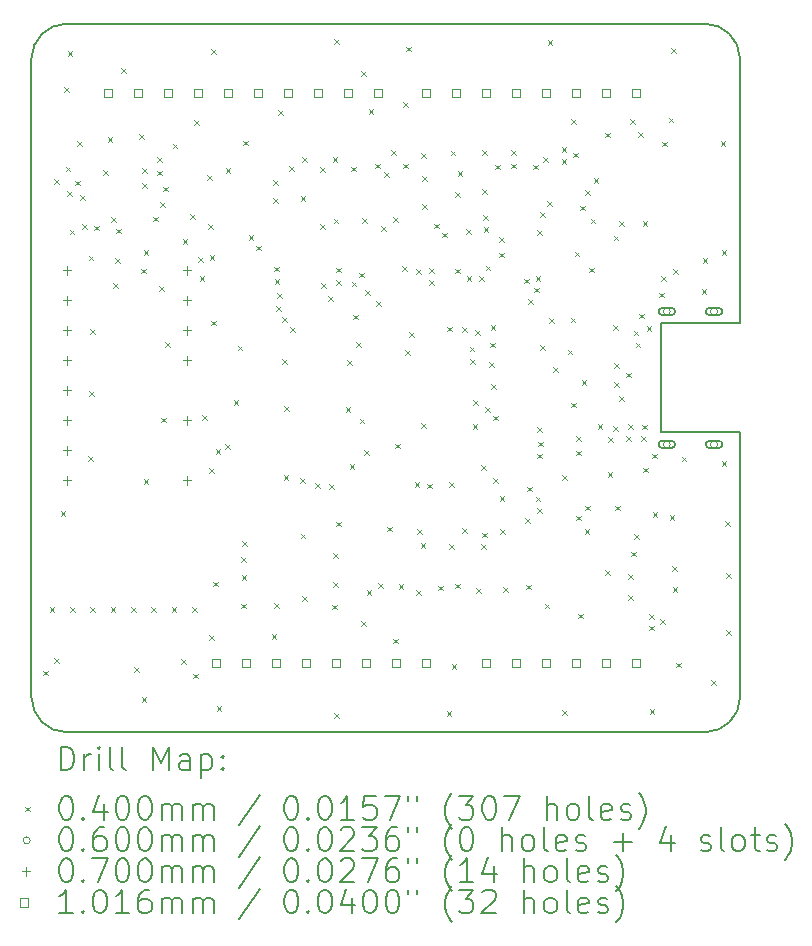
<source format=gbr>
%TF.GenerationSoftware,KiCad,Pcbnew,6.0.10-86aedd382b~118~ubuntu22.10.1*%
%TF.CreationDate,2023-02-02T20:30:59+01:00*%
%TF.ProjectId,FPGHat,46504748-6174-42e6-9b69-6361645f7063,rev?*%
%TF.SameCoordinates,Original*%
%TF.FileFunction,Drillmap*%
%TF.FilePolarity,Positive*%
%FSLAX45Y45*%
G04 Gerber Fmt 4.5, Leading zero omitted, Abs format (unit mm)*
G04 Created by KiCad (PCBNEW 6.0.10-86aedd382b~118~ubuntu22.10.1) date 2023-02-02 20:30:59*
%MOMM*%
%LPD*%
G01*
G04 APERTURE LIST*
%ADD10C,0.200000*%
%ADD11C,0.040000*%
%ADD12C,0.060000*%
%ADD13C,0.070000*%
%ADD14C,0.101600*%
G04 APERTURE END LIST*
D10*
X8000000Y-2300000D02*
G75*
G03*
X7700000Y-2000000I-300290J-290D01*
G01*
X7327900Y-4538000D02*
X7327900Y-5461000D01*
X7700000Y-8000002D02*
G75*
G03*
X8001000Y-7700000I0J301002D01*
G01*
X2000000Y-7700000D02*
X2000000Y-2300000D01*
X2300000Y-2000000D02*
X7700000Y-2000000D01*
X8001000Y-5461000D02*
X8001000Y-7700000D01*
X8000000Y-4538000D02*
X7327900Y-4538000D01*
X7700000Y-8000000D02*
X2300000Y-8000000D01*
X8001000Y-5461000D02*
X7327900Y-5461000D01*
X2300000Y-2000000D02*
G75*
G03*
X2000000Y-2300000I295J-300295D01*
G01*
X8000000Y-2300000D02*
X8000000Y-4538000D01*
X2000000Y-7700000D02*
G75*
G03*
X2300000Y-8000000I300000J0D01*
G01*
D11*
X2102500Y-7477500D02*
X2142500Y-7517500D01*
X2142500Y-7477500D02*
X2102500Y-7517500D01*
X2155000Y-6940000D02*
X2195000Y-6980000D01*
X2195000Y-6940000D02*
X2155000Y-6980000D01*
X2192500Y-7375000D02*
X2232500Y-7415000D01*
X2232500Y-7375000D02*
X2192500Y-7415000D01*
X2195000Y-3315000D02*
X2235000Y-3355000D01*
X2235000Y-3315000D02*
X2195000Y-3355000D01*
X2247500Y-6125000D02*
X2287500Y-6165000D01*
X2287500Y-6125000D02*
X2247500Y-6165000D01*
X2280000Y-2540000D02*
X2320000Y-2580000D01*
X2320000Y-2540000D02*
X2280000Y-2580000D01*
X2290000Y-3211900D02*
X2330000Y-3251900D01*
X2330000Y-3211900D02*
X2290000Y-3251900D01*
X2300000Y-3420000D02*
X2340000Y-3460000D01*
X2340000Y-3420000D02*
X2300000Y-3460000D01*
X2307500Y-2230000D02*
X2347500Y-2270000D01*
X2347500Y-2230000D02*
X2307500Y-2270000D01*
X2325000Y-3745000D02*
X2365000Y-3785000D01*
X2365000Y-3745000D02*
X2325000Y-3785000D01*
X2327143Y-6940000D02*
X2367143Y-6980000D01*
X2367143Y-6940000D02*
X2327143Y-6980000D01*
X2370000Y-3330000D02*
X2410000Y-3370000D01*
X2410000Y-3330000D02*
X2370000Y-3370000D01*
X2390000Y-2995000D02*
X2430000Y-3035000D01*
X2430000Y-2995000D02*
X2390000Y-3035000D01*
X2415000Y-3450000D02*
X2455000Y-3490000D01*
X2455000Y-3450000D02*
X2415000Y-3490000D01*
X2430000Y-3700000D02*
X2470000Y-3740000D01*
X2470000Y-3700000D02*
X2430000Y-3740000D01*
X2482500Y-5665000D02*
X2522500Y-5705000D01*
X2522500Y-5665000D02*
X2482500Y-5705000D01*
X2485000Y-3965000D02*
X2525000Y-4005000D01*
X2525000Y-3965000D02*
X2485000Y-4005000D01*
X2487500Y-5110000D02*
X2527500Y-5150000D01*
X2527500Y-5110000D02*
X2487500Y-5150000D01*
X2495000Y-4585000D02*
X2535000Y-4625000D01*
X2535000Y-4585000D02*
X2495000Y-4625000D01*
X2499286Y-6940000D02*
X2539286Y-6980000D01*
X2539286Y-6940000D02*
X2499286Y-6980000D01*
X2530000Y-3710000D02*
X2570000Y-3750000D01*
X2570000Y-3710000D02*
X2530000Y-3750000D01*
X2605000Y-3240000D02*
X2645000Y-3280000D01*
X2645000Y-3240000D02*
X2605000Y-3280000D01*
X2645000Y-2960000D02*
X2685000Y-3000000D01*
X2685000Y-2960000D02*
X2645000Y-3000000D01*
X2671428Y-6940000D02*
X2711428Y-6980000D01*
X2711428Y-6940000D02*
X2671428Y-6980000D01*
X2675000Y-3640000D02*
X2715000Y-3680000D01*
X2715000Y-3640000D02*
X2675000Y-3680000D01*
X2690000Y-4200000D02*
X2730000Y-4240000D01*
X2730000Y-4200000D02*
X2690000Y-4240000D01*
X2710000Y-3985000D02*
X2750000Y-4025000D01*
X2750000Y-3985000D02*
X2710000Y-4025000D01*
X2720000Y-3735000D02*
X2760000Y-3775000D01*
X2760000Y-3735000D02*
X2720000Y-3775000D01*
X2760000Y-2375000D02*
X2800000Y-2415000D01*
X2800000Y-2375000D02*
X2760000Y-2415000D01*
X2843571Y-6940000D02*
X2883571Y-6980000D01*
X2883571Y-6940000D02*
X2843571Y-6980000D01*
X2870000Y-7450000D02*
X2910000Y-7490000D01*
X2910000Y-7450000D02*
X2870000Y-7490000D01*
X2915000Y-2935000D02*
X2955000Y-2975000D01*
X2955000Y-2935000D02*
X2915000Y-2975000D01*
X2930000Y-4075000D02*
X2970000Y-4115000D01*
X2970000Y-4075000D02*
X2930000Y-4115000D01*
X2932500Y-7700000D02*
X2972500Y-7740000D01*
X2972500Y-7700000D02*
X2932500Y-7740000D01*
X2935000Y-3225000D02*
X2975000Y-3265000D01*
X2975000Y-3225000D02*
X2935000Y-3265000D01*
X2935000Y-3350000D02*
X2975000Y-3390000D01*
X2975000Y-3350000D02*
X2935000Y-3390000D01*
X2950000Y-3915000D02*
X2990000Y-3955000D01*
X2990000Y-3915000D02*
X2950000Y-3955000D01*
X2950000Y-5857500D02*
X2990000Y-5897500D01*
X2990000Y-5857500D02*
X2950000Y-5897500D01*
X3015714Y-6940000D02*
X3055714Y-6980000D01*
X3055714Y-6940000D02*
X3015714Y-6980000D01*
X3030000Y-3635000D02*
X3070000Y-3675000D01*
X3070000Y-3635000D02*
X3030000Y-3675000D01*
X3065000Y-3130000D02*
X3105000Y-3170000D01*
X3105000Y-3130000D02*
X3065000Y-3170000D01*
X3065000Y-3245000D02*
X3105000Y-3285000D01*
X3105000Y-3245000D02*
X3065000Y-3285000D01*
X3080000Y-4225000D02*
X3120000Y-4265000D01*
X3120000Y-4225000D02*
X3080000Y-4265000D01*
X3090000Y-3510000D02*
X3130000Y-3550000D01*
X3130000Y-3510000D02*
X3090000Y-3550000D01*
X3100000Y-5335000D02*
X3140000Y-5375000D01*
X3140000Y-5335000D02*
X3100000Y-5375000D01*
X3115000Y-3380000D02*
X3155000Y-3420000D01*
X3155000Y-3380000D02*
X3115000Y-3420000D01*
X3132500Y-4697500D02*
X3172500Y-4737500D01*
X3172500Y-4697500D02*
X3132500Y-4737500D01*
X3187857Y-6940000D02*
X3227857Y-6980000D01*
X3227857Y-6940000D02*
X3187857Y-6980000D01*
X3195000Y-3015000D02*
X3235000Y-3055000D01*
X3235000Y-3015000D02*
X3195000Y-3055000D01*
X3267500Y-7380000D02*
X3307500Y-7420000D01*
X3307500Y-7380000D02*
X3267500Y-7420000D01*
X3280000Y-3825000D02*
X3320000Y-3865000D01*
X3320000Y-3825000D02*
X3280000Y-3865000D01*
X3345000Y-3610000D02*
X3385000Y-3650000D01*
X3385000Y-3610000D02*
X3345000Y-3650000D01*
X3360000Y-6940000D02*
X3400000Y-6980000D01*
X3400000Y-6940000D02*
X3360000Y-6980000D01*
X3370000Y-7502500D02*
X3410000Y-7542500D01*
X3410000Y-7502500D02*
X3370000Y-7542500D01*
X3380800Y-2815200D02*
X3420800Y-2855200D01*
X3420800Y-2815200D02*
X3380800Y-2855200D01*
X3410000Y-3975000D02*
X3450000Y-4015000D01*
X3450000Y-3975000D02*
X3410000Y-4015000D01*
X3425000Y-4137500D02*
X3465000Y-4177500D01*
X3465000Y-4137500D02*
X3425000Y-4177500D01*
X3447500Y-5312500D02*
X3487500Y-5352500D01*
X3487500Y-5312500D02*
X3447500Y-5352500D01*
X3490000Y-3285000D02*
X3530000Y-3325000D01*
X3530000Y-3285000D02*
X3490000Y-3325000D01*
X3495000Y-3700000D02*
X3535000Y-3740000D01*
X3535000Y-3700000D02*
X3495000Y-3740000D01*
X3502500Y-7180000D02*
X3542500Y-7220000D01*
X3542500Y-7180000D02*
X3502500Y-7220000D01*
X3505000Y-5765000D02*
X3545000Y-5805000D01*
X3545000Y-5765000D02*
X3505000Y-5805000D01*
X3510000Y-3960000D02*
X3550000Y-4000000D01*
X3550000Y-3960000D02*
X3510000Y-4000000D01*
X3520000Y-2215000D02*
X3560000Y-2255000D01*
X3560000Y-2215000D02*
X3520000Y-2255000D01*
X3520000Y-4515000D02*
X3560000Y-4555000D01*
X3560000Y-4515000D02*
X3520000Y-4555000D01*
X3540000Y-6725000D02*
X3580000Y-6765000D01*
X3580000Y-6725000D02*
X3540000Y-6765000D01*
X3560000Y-5605000D02*
X3600000Y-5645000D01*
X3600000Y-5605000D02*
X3560000Y-5645000D01*
X3569100Y-7777800D02*
X3609100Y-7817800D01*
X3609100Y-7777800D02*
X3569100Y-7817800D01*
X3640000Y-5560000D02*
X3680000Y-5600000D01*
X3680000Y-5560000D02*
X3640000Y-5600000D01*
X3645000Y-3225000D02*
X3685000Y-3265000D01*
X3685000Y-3225000D02*
X3645000Y-3265000D01*
X3712500Y-5190000D02*
X3752500Y-5230000D01*
X3752500Y-5190000D02*
X3712500Y-5230000D01*
X3747500Y-4727500D02*
X3787500Y-4767500D01*
X3787500Y-4727500D02*
X3747500Y-4767500D01*
X3777500Y-6515000D02*
X3817500Y-6555000D01*
X3817500Y-6515000D02*
X3777500Y-6555000D01*
X3777500Y-6910000D02*
X3817500Y-6950000D01*
X3817500Y-6910000D02*
X3777500Y-6950000D01*
X3780000Y-6670000D02*
X3820000Y-6710000D01*
X3820000Y-6670000D02*
X3780000Y-6710000D01*
X3782500Y-6380000D02*
X3822500Y-6420000D01*
X3822500Y-6380000D02*
X3782500Y-6420000D01*
X3795000Y-2990000D02*
X3835000Y-3030000D01*
X3835000Y-2990000D02*
X3795000Y-3030000D01*
X3840000Y-3790000D02*
X3880000Y-3830000D01*
X3880000Y-3790000D02*
X3840000Y-3830000D01*
X3905000Y-3880000D02*
X3945000Y-3920000D01*
X3945000Y-3880000D02*
X3905000Y-3920000D01*
X4034900Y-7166800D02*
X4074900Y-7206800D01*
X4074900Y-7166800D02*
X4034900Y-7206800D01*
X4045000Y-3475000D02*
X4085000Y-3515000D01*
X4085000Y-3475000D02*
X4045000Y-3515000D01*
X4047500Y-3322500D02*
X4087500Y-3362500D01*
X4087500Y-3322500D02*
X4047500Y-3362500D01*
X4052500Y-6907500D02*
X4092500Y-6947500D01*
X4092500Y-6907500D02*
X4052500Y-6947500D01*
X4057500Y-4057500D02*
X4097500Y-4097500D01*
X4097500Y-4057500D02*
X4057500Y-4097500D01*
X4060000Y-4165000D02*
X4100000Y-4205000D01*
X4100000Y-4165000D02*
X4060000Y-4205000D01*
X4075000Y-4390000D02*
X4115000Y-4430000D01*
X4115000Y-4390000D02*
X4075000Y-4430000D01*
X4082500Y-4282500D02*
X4122500Y-4322500D01*
X4122500Y-4282500D02*
X4082500Y-4322500D01*
X4090000Y-2730000D02*
X4130000Y-2770000D01*
X4130000Y-2730000D02*
X4090000Y-2770000D01*
X4125000Y-4487500D02*
X4165000Y-4527500D01*
X4165000Y-4487500D02*
X4125000Y-4527500D01*
X4125000Y-4842500D02*
X4165000Y-4882500D01*
X4165000Y-4842500D02*
X4125000Y-4882500D01*
X4135000Y-5822500D02*
X4175000Y-5862500D01*
X4175000Y-5822500D02*
X4135000Y-5862500D01*
X4140000Y-5240000D02*
X4180000Y-5280000D01*
X4180000Y-5240000D02*
X4140000Y-5280000D01*
X4185000Y-3205000D02*
X4225000Y-3245000D01*
X4225000Y-3205000D02*
X4185000Y-3245000D01*
X4192500Y-4570000D02*
X4232500Y-4610000D01*
X4232500Y-4570000D02*
X4192500Y-4610000D01*
X4272500Y-5850000D02*
X4312500Y-5890000D01*
X4312500Y-5850000D02*
X4272500Y-5890000D01*
X4280000Y-3460000D02*
X4320000Y-3500000D01*
X4320000Y-3460000D02*
X4280000Y-3500000D01*
X4280000Y-6317500D02*
X4320000Y-6357500D01*
X4320000Y-6317500D02*
X4280000Y-6357500D01*
X4290000Y-3130000D02*
X4330000Y-3170000D01*
X4330000Y-3130000D02*
X4290000Y-3170000D01*
X4293700Y-6849000D02*
X4333700Y-6889000D01*
X4333700Y-6849000D02*
X4293700Y-6889000D01*
X4405000Y-5890000D02*
X4445000Y-5930000D01*
X4445000Y-5890000D02*
X4405000Y-5930000D01*
X4445000Y-3215000D02*
X4485000Y-3255000D01*
X4485000Y-3215000D02*
X4445000Y-3255000D01*
X4447000Y-3695000D02*
X4487000Y-3735000D01*
X4487000Y-3695000D02*
X4447000Y-3735000D01*
X4455000Y-4200000D02*
X4495000Y-4240000D01*
X4495000Y-4200000D02*
X4455000Y-4240000D01*
X4510000Y-4310000D02*
X4550000Y-4350000D01*
X4550000Y-4310000D02*
X4510000Y-4350000D01*
X4520000Y-5900000D02*
X4560000Y-5940000D01*
X4560000Y-5900000D02*
X4520000Y-5940000D01*
X4545500Y-6919400D02*
X4585500Y-6959400D01*
X4585500Y-6919400D02*
X4545500Y-6959400D01*
X4550000Y-3127500D02*
X4590000Y-3167500D01*
X4590000Y-3127500D02*
X4550000Y-3167500D01*
X4555700Y-6483800D02*
X4595700Y-6523800D01*
X4595700Y-6483800D02*
X4555700Y-6523800D01*
X4557500Y-6727500D02*
X4597500Y-6767500D01*
X4597500Y-6727500D02*
X4557500Y-6767500D01*
X4560000Y-3650000D02*
X4600000Y-3690000D01*
X4600000Y-3650000D02*
X4560000Y-3690000D01*
X4562800Y-2132900D02*
X4602800Y-2172900D01*
X4602800Y-2132900D02*
X4562800Y-2172900D01*
X4565000Y-7837500D02*
X4605000Y-7877500D01*
X4605000Y-7837500D02*
X4565000Y-7877500D01*
X4577500Y-4172500D02*
X4617500Y-4212500D01*
X4617500Y-4172500D02*
X4577500Y-4212500D01*
X4580000Y-4065000D02*
X4620000Y-4105000D01*
X4620000Y-4065000D02*
X4580000Y-4105000D01*
X4581000Y-6215400D02*
X4621000Y-6255400D01*
X4621000Y-6215400D02*
X4581000Y-6255400D01*
X4660000Y-5250000D02*
X4700000Y-5290000D01*
X4700000Y-5250000D02*
X4660000Y-5290000D01*
X4675000Y-4850000D02*
X4715000Y-4890000D01*
X4715000Y-4850000D02*
X4675000Y-4890000D01*
X4695000Y-5730000D02*
X4735000Y-5770000D01*
X4735000Y-5730000D02*
X4695000Y-5770000D01*
X4705000Y-3210000D02*
X4745000Y-3250000D01*
X4745000Y-3210000D02*
X4705000Y-3250000D01*
X4712500Y-4185000D02*
X4752500Y-4225000D01*
X4752500Y-4185000D02*
X4712500Y-4225000D01*
X4725000Y-4465000D02*
X4765000Y-4505000D01*
X4765000Y-4465000D02*
X4725000Y-4505000D01*
X4750000Y-4695000D02*
X4790000Y-4735000D01*
X4790000Y-4695000D02*
X4750000Y-4735000D01*
X4777500Y-4107500D02*
X4817500Y-4147500D01*
X4817500Y-4107500D02*
X4777500Y-4147500D01*
X4780000Y-5345000D02*
X4820000Y-5385000D01*
X4820000Y-5345000D02*
X4780000Y-5385000D01*
X4790000Y-2400000D02*
X4830000Y-2440000D01*
X4830000Y-2400000D02*
X4790000Y-2440000D01*
X4794500Y-7057100D02*
X4834500Y-7097100D01*
X4834500Y-7057100D02*
X4794500Y-7097100D01*
X4800000Y-3645000D02*
X4840000Y-3685000D01*
X4840000Y-3645000D02*
X4800000Y-3685000D01*
X4815000Y-5610000D02*
X4855000Y-5650000D01*
X4855000Y-5610000D02*
X4815000Y-5650000D01*
X4825000Y-4255000D02*
X4865000Y-4295000D01*
X4865000Y-4255000D02*
X4825000Y-4295000D01*
X4837700Y-6799000D02*
X4877700Y-6839000D01*
X4877700Y-6799000D02*
X4837700Y-6839000D01*
X4855000Y-2725000D02*
X4895000Y-2765000D01*
X4895000Y-2725000D02*
X4855000Y-2765000D01*
X4910000Y-3185000D02*
X4950000Y-3225000D01*
X4950000Y-3185000D02*
X4910000Y-3225000D01*
X4920000Y-4350000D02*
X4960000Y-4390000D01*
X4960000Y-4350000D02*
X4920000Y-4390000D01*
X4939000Y-6738200D02*
X4979000Y-6778200D01*
X4979000Y-6738200D02*
X4939000Y-6778200D01*
X4960000Y-3715000D02*
X5000000Y-3755000D01*
X5000000Y-3715000D02*
X4960000Y-3755000D01*
X4985000Y-3255000D02*
X5025000Y-3295000D01*
X5025000Y-3255000D02*
X4985000Y-3295000D01*
X5010000Y-6260000D02*
X5050000Y-6300000D01*
X5050000Y-6260000D02*
X5010000Y-6300000D01*
X5047500Y-3072500D02*
X5087500Y-3112500D01*
X5087500Y-3072500D02*
X5047500Y-3112500D01*
X5060000Y-3640000D02*
X5100000Y-3680000D01*
X5100000Y-3640000D02*
X5060000Y-3680000D01*
X5064500Y-7206200D02*
X5104500Y-7246200D01*
X5104500Y-7206200D02*
X5064500Y-7246200D01*
X5080000Y-5555000D02*
X5120000Y-5595000D01*
X5120000Y-5555000D02*
X5080000Y-5595000D01*
X5108400Y-6746800D02*
X5148400Y-6786800D01*
X5148400Y-6746800D02*
X5108400Y-6786800D01*
X5140000Y-4055000D02*
X5180000Y-4095000D01*
X5180000Y-4055000D02*
X5140000Y-4095000D01*
X5145000Y-3185000D02*
X5185000Y-3225000D01*
X5185000Y-3185000D02*
X5145000Y-3225000D01*
X5150000Y-2662500D02*
X5190000Y-2702500D01*
X5190000Y-2662500D02*
X5150000Y-2702500D01*
X5165000Y-4765000D02*
X5205000Y-4805000D01*
X5205000Y-4765000D02*
X5165000Y-4805000D01*
X5170000Y-2195000D02*
X5210000Y-2235000D01*
X5210000Y-2195000D02*
X5170000Y-2235000D01*
X5200000Y-4610000D02*
X5240000Y-4650000D01*
X5240000Y-4610000D02*
X5200000Y-4650000D01*
X5245000Y-5885000D02*
X5285000Y-5925000D01*
X5285000Y-5885000D02*
X5245000Y-5925000D01*
X5255000Y-4080000D02*
X5295000Y-4120000D01*
X5295000Y-4080000D02*
X5255000Y-4120000D01*
X5257900Y-6794000D02*
X5297900Y-6834000D01*
X5297900Y-6794000D02*
X5257900Y-6834000D01*
X5264400Y-6280100D02*
X5304400Y-6320100D01*
X5304400Y-6280100D02*
X5264400Y-6320100D01*
X5295200Y-6397100D02*
X5335200Y-6437100D01*
X5335200Y-6397100D02*
X5295200Y-6437100D01*
X5297500Y-3095000D02*
X5337500Y-3135000D01*
X5337500Y-3095000D02*
X5297500Y-3135000D01*
X5300000Y-5385000D02*
X5340000Y-5425000D01*
X5340000Y-5385000D02*
X5300000Y-5425000D01*
X5307500Y-3290000D02*
X5347500Y-3330000D01*
X5347500Y-3290000D02*
X5307500Y-3330000D01*
X5310000Y-3530000D02*
X5350000Y-3570000D01*
X5350000Y-3530000D02*
X5310000Y-3570000D01*
X5350000Y-5895000D02*
X5390000Y-5935000D01*
X5390000Y-5895000D02*
X5350000Y-5935000D01*
X5365000Y-4070000D02*
X5405000Y-4110000D01*
X5405000Y-4070000D02*
X5365000Y-4110000D01*
X5368000Y-4173000D02*
X5408000Y-4213000D01*
X5408000Y-4173000D02*
X5368000Y-4213000D01*
X5407500Y-3692500D02*
X5447500Y-3732500D01*
X5447500Y-3692500D02*
X5407500Y-3732500D01*
X5442100Y-6758200D02*
X5482100Y-6798200D01*
X5482100Y-6758200D02*
X5442100Y-6798200D01*
X5480000Y-3770000D02*
X5520000Y-3810000D01*
X5520000Y-3770000D02*
X5480000Y-3810000D01*
X5515000Y-7822500D02*
X5555000Y-7862500D01*
X5555000Y-7822500D02*
X5515000Y-7862500D01*
X5522650Y-4565000D02*
X5562650Y-4605000D01*
X5562650Y-4565000D02*
X5522650Y-4605000D01*
X5537600Y-6406600D02*
X5577600Y-6446600D01*
X5577600Y-6406600D02*
X5537600Y-6446600D01*
X5540000Y-5880000D02*
X5580000Y-5920000D01*
X5580000Y-5880000D02*
X5540000Y-5920000D01*
X5550000Y-3075000D02*
X5590000Y-3115000D01*
X5590000Y-3075000D02*
X5550000Y-3115000D01*
X5557500Y-7422500D02*
X5597500Y-7462500D01*
X5597500Y-7422500D02*
X5557500Y-7462500D01*
X5585000Y-3425000D02*
X5625000Y-3465000D01*
X5625000Y-3425000D02*
X5585000Y-3465000D01*
X5585000Y-6742500D02*
X5625000Y-6782500D01*
X5625000Y-6742500D02*
X5585000Y-6782500D01*
X5590000Y-4075000D02*
X5630000Y-4115000D01*
X5630000Y-4075000D02*
X5590000Y-4115000D01*
X5610000Y-3250000D02*
X5650000Y-3290000D01*
X5650000Y-3250000D02*
X5610000Y-3290000D01*
X5645000Y-4570000D02*
X5685000Y-4610000D01*
X5685000Y-4570000D02*
X5645000Y-4610000D01*
X5647000Y-6273500D02*
X5687000Y-6313500D01*
X5687000Y-6273500D02*
X5647000Y-6313500D01*
X5680000Y-3740000D02*
X5720000Y-3780000D01*
X5720000Y-3740000D02*
X5680000Y-3780000D01*
X5685000Y-4140000D02*
X5725000Y-4180000D01*
X5725000Y-4140000D02*
X5685000Y-4180000D01*
X5710000Y-4735000D02*
X5750000Y-4775000D01*
X5750000Y-4735000D02*
X5710000Y-4775000D01*
X5712500Y-4840000D02*
X5752500Y-4880000D01*
X5752500Y-4840000D02*
X5712500Y-4880000D01*
X5735000Y-5390000D02*
X5775000Y-5430000D01*
X5775000Y-5390000D02*
X5735000Y-5430000D01*
X5740000Y-5190000D02*
X5780000Y-5230000D01*
X5780000Y-5190000D02*
X5740000Y-5230000D01*
X5755000Y-4595000D02*
X5795000Y-4635000D01*
X5795000Y-4595000D02*
X5755000Y-4635000D01*
X5765800Y-6778200D02*
X5805800Y-6818200D01*
X5805800Y-6778200D02*
X5765800Y-6818200D01*
X5790000Y-4135000D02*
X5830000Y-4175000D01*
X5830000Y-4135000D02*
X5790000Y-4175000D01*
X5805000Y-5740000D02*
X5845000Y-5780000D01*
X5845000Y-5740000D02*
X5805000Y-5780000D01*
X5810000Y-6410000D02*
X5850000Y-6450000D01*
X5850000Y-6410000D02*
X5810000Y-6450000D01*
X5815000Y-3070000D02*
X5855000Y-3110000D01*
X5855000Y-3070000D02*
X5815000Y-3110000D01*
X5815000Y-3400000D02*
X5855000Y-3440000D01*
X5855000Y-3400000D02*
X5815000Y-3440000D01*
X5815000Y-6310000D02*
X5855000Y-6350000D01*
X5855000Y-6310000D02*
X5815000Y-6350000D01*
X5825000Y-3620000D02*
X5865000Y-3660000D01*
X5865000Y-3620000D02*
X5825000Y-3660000D01*
X5830000Y-3725000D02*
X5870000Y-3765000D01*
X5870000Y-3725000D02*
X5830000Y-3765000D01*
X5840000Y-5245000D02*
X5880000Y-5285000D01*
X5880000Y-5245000D02*
X5840000Y-5285000D01*
X5845000Y-4050000D02*
X5885000Y-4090000D01*
X5885000Y-4050000D02*
X5845000Y-4090000D01*
X5875000Y-4865000D02*
X5915000Y-4905000D01*
X5915000Y-4865000D02*
X5875000Y-4905000D01*
X5885000Y-4700000D02*
X5925000Y-4740000D01*
X5925000Y-4700000D02*
X5885000Y-4740000D01*
X5887650Y-4555000D02*
X5927650Y-4595000D01*
X5927650Y-4555000D02*
X5887650Y-4595000D01*
X5895000Y-5055000D02*
X5935000Y-5095000D01*
X5935000Y-5055000D02*
X5895000Y-5095000D01*
X5910000Y-5320000D02*
X5950000Y-5360000D01*
X5950000Y-5320000D02*
X5910000Y-5360000D01*
X5910000Y-5850000D02*
X5950000Y-5890000D01*
X5950000Y-5850000D02*
X5910000Y-5890000D01*
X5925000Y-3195000D02*
X5965000Y-3235000D01*
X5965000Y-3195000D02*
X5925000Y-3235000D01*
X5960000Y-3805000D02*
X6000000Y-3845000D01*
X6000000Y-3805000D02*
X5960000Y-3845000D01*
X5960000Y-3940000D02*
X6000000Y-3980000D01*
X6000000Y-3940000D02*
X5960000Y-3980000D01*
X5965000Y-6000000D02*
X6005000Y-6040000D01*
X6005000Y-6000000D02*
X5965000Y-6040000D01*
X5970800Y-6279000D02*
X6010800Y-6319000D01*
X6010800Y-6279000D02*
X5970800Y-6319000D01*
X5997300Y-6773500D02*
X6037300Y-6813500D01*
X6037300Y-6773500D02*
X5997300Y-6813500D01*
X6060000Y-3185000D02*
X6100000Y-3225000D01*
X6100000Y-3185000D02*
X6060000Y-3225000D01*
X6062500Y-3072500D02*
X6102500Y-3112500D01*
X6102500Y-3072500D02*
X6062500Y-3112500D01*
X6170000Y-4160000D02*
X6210000Y-4200000D01*
X6210000Y-4160000D02*
X6170000Y-4200000D01*
X6180000Y-6185000D02*
X6220000Y-6225000D01*
X6220000Y-6185000D02*
X6180000Y-6225000D01*
X6190000Y-6750000D02*
X6230000Y-6790000D01*
X6230000Y-6750000D02*
X6190000Y-6790000D01*
X6200000Y-5920000D02*
X6240000Y-5960000D01*
X6240000Y-5920000D02*
X6200000Y-5960000D01*
X6204000Y-4330000D02*
X6244000Y-4370000D01*
X6244000Y-4330000D02*
X6204000Y-4370000D01*
X6250000Y-3195000D02*
X6290000Y-3235000D01*
X6290000Y-3195000D02*
X6250000Y-3235000D01*
X6255000Y-4235000D02*
X6295000Y-4275000D01*
X6295000Y-4235000D02*
X6255000Y-4275000D01*
X6270000Y-4135000D02*
X6310000Y-4175000D01*
X6310000Y-4135000D02*
X6270000Y-4175000D01*
X6270000Y-6005000D02*
X6310000Y-6045000D01*
X6310000Y-6005000D02*
X6270000Y-6045000D01*
X6280000Y-5415000D02*
X6320000Y-5455000D01*
X6320000Y-5415000D02*
X6280000Y-5455000D01*
X6280000Y-5640000D02*
X6320000Y-5680000D01*
X6320000Y-5640000D02*
X6280000Y-5680000D01*
X6285000Y-3750000D02*
X6325000Y-3790000D01*
X6325000Y-3750000D02*
X6285000Y-3790000D01*
X6285000Y-6105000D02*
X6325000Y-6145000D01*
X6325000Y-6105000D02*
X6285000Y-6145000D01*
X6290000Y-5540000D02*
X6330000Y-5580000D01*
X6330000Y-5540000D02*
X6290000Y-5580000D01*
X6310000Y-3595000D02*
X6350000Y-3635000D01*
X6350000Y-3595000D02*
X6310000Y-3635000D01*
X6310000Y-4720000D02*
X6350000Y-4760000D01*
X6350000Y-4720000D02*
X6310000Y-4760000D01*
X6335000Y-3127500D02*
X6375000Y-3167500D01*
X6375000Y-3127500D02*
X6335000Y-3167500D01*
X6345000Y-6910000D02*
X6385000Y-6950000D01*
X6385000Y-6910000D02*
X6345000Y-6950000D01*
X6365000Y-3500000D02*
X6405000Y-3540000D01*
X6405000Y-3500000D02*
X6365000Y-3540000D01*
X6371200Y-2142500D02*
X6411200Y-2182500D01*
X6411200Y-2142500D02*
X6371200Y-2182500D01*
X6385000Y-4495000D02*
X6425000Y-4535000D01*
X6425000Y-4495000D02*
X6385000Y-4535000D01*
X6420000Y-4910000D02*
X6460000Y-4950000D01*
X6460000Y-4910000D02*
X6420000Y-4950000D01*
X6490000Y-3045000D02*
X6530000Y-3085000D01*
X6530000Y-3045000D02*
X6490000Y-3085000D01*
X6490000Y-3145000D02*
X6530000Y-3185000D01*
X6530000Y-3145000D02*
X6490000Y-3185000D01*
X6495000Y-5825000D02*
X6535000Y-5865000D01*
X6535000Y-5825000D02*
X6495000Y-5865000D01*
X6496200Y-7814100D02*
X6536200Y-7854100D01*
X6536200Y-7814100D02*
X6496200Y-7854100D01*
X6540000Y-4760000D02*
X6580000Y-4800000D01*
X6580000Y-4760000D02*
X6540000Y-4800000D01*
X6565000Y-4490000D02*
X6605000Y-4530000D01*
X6605000Y-4490000D02*
X6565000Y-4530000D01*
X6570000Y-2810000D02*
X6610000Y-2850000D01*
X6610000Y-2810000D02*
X6570000Y-2850000D01*
X6570000Y-5210000D02*
X6610000Y-5250000D01*
X6610000Y-5210000D02*
X6570000Y-5250000D01*
X6585000Y-3092000D02*
X6625000Y-3132000D01*
X6625000Y-3092000D02*
X6585000Y-3132000D01*
X6600000Y-3930000D02*
X6640000Y-3970000D01*
X6640000Y-3930000D02*
X6600000Y-3970000D01*
X6610000Y-6165000D02*
X6650000Y-6205000D01*
X6650000Y-6165000D02*
X6610000Y-6205000D01*
X6615000Y-5490000D02*
X6655000Y-5530000D01*
X6655000Y-5490000D02*
X6615000Y-5530000D01*
X6615000Y-5615000D02*
X6655000Y-5655000D01*
X6655000Y-5615000D02*
X6615000Y-5655000D01*
X6630000Y-6995000D02*
X6670000Y-7035000D01*
X6670000Y-6995000D02*
X6630000Y-7035000D01*
X6645000Y-3540000D02*
X6685000Y-3580000D01*
X6685000Y-3540000D02*
X6645000Y-3580000D01*
X6660000Y-5020000D02*
X6700000Y-5060000D01*
X6700000Y-5020000D02*
X6660000Y-5060000D01*
X6685000Y-6280000D02*
X6725000Y-6320000D01*
X6725000Y-6280000D02*
X6685000Y-6320000D01*
X6690000Y-3410000D02*
X6730000Y-3450000D01*
X6730000Y-3410000D02*
X6690000Y-3450000D01*
X6690000Y-6080000D02*
X6730000Y-6120000D01*
X6730000Y-6080000D02*
X6690000Y-6120000D01*
X6720000Y-4065000D02*
X6760000Y-4105000D01*
X6760000Y-4065000D02*
X6720000Y-4105000D01*
X6735000Y-3650000D02*
X6775000Y-3690000D01*
X6775000Y-3650000D02*
X6735000Y-3690000D01*
X6760000Y-3310000D02*
X6800000Y-3350000D01*
X6800000Y-3310000D02*
X6760000Y-3350000D01*
X6795000Y-5390000D02*
X6835000Y-5430000D01*
X6835000Y-5390000D02*
X6795000Y-5430000D01*
X6855000Y-6630000D02*
X6895000Y-6670000D01*
X6895000Y-6630000D02*
X6855000Y-6670000D01*
X6860000Y-2922500D02*
X6900000Y-2962500D01*
X6900000Y-2922500D02*
X6860000Y-2962500D01*
X6880000Y-5800000D02*
X6920000Y-5840000D01*
X6920000Y-5800000D02*
X6880000Y-5840000D01*
X6885000Y-5500000D02*
X6925000Y-5540000D01*
X6925000Y-5500000D02*
X6885000Y-5540000D01*
X6925000Y-4550000D02*
X6965000Y-4590000D01*
X6965000Y-4550000D02*
X6925000Y-4590000D01*
X6925000Y-5410000D02*
X6965000Y-5450000D01*
X6965000Y-5410000D02*
X6925000Y-5450000D01*
X6930000Y-3795000D02*
X6970000Y-3835000D01*
X6970000Y-3795000D02*
X6930000Y-3835000D01*
X6935000Y-4875000D02*
X6975000Y-4915000D01*
X6975000Y-4875000D02*
X6935000Y-4915000D01*
X6935000Y-5035000D02*
X6975000Y-5075000D01*
X6975000Y-5035000D02*
X6935000Y-5075000D01*
X6940000Y-6080000D02*
X6980000Y-6120000D01*
X6980000Y-6080000D02*
X6940000Y-6120000D01*
X6975000Y-3670000D02*
X7015000Y-3710000D01*
X7015000Y-3670000D02*
X6975000Y-3710000D01*
X6975000Y-5155000D02*
X7015000Y-5195000D01*
X7015000Y-5155000D02*
X6975000Y-5195000D01*
X7035000Y-4955000D02*
X7075000Y-4995000D01*
X7075000Y-4955000D02*
X7035000Y-4995000D01*
X7035000Y-5495000D02*
X7075000Y-5535000D01*
X7075000Y-5495000D02*
X7035000Y-5535000D01*
X7050000Y-5390000D02*
X7090000Y-5430000D01*
X7090000Y-5390000D02*
X7050000Y-5430000D01*
X7055000Y-6660000D02*
X7095000Y-6700000D01*
X7095000Y-6660000D02*
X7055000Y-6700000D01*
X7055000Y-6840000D02*
X7095000Y-6880000D01*
X7095000Y-6840000D02*
X7055000Y-6880000D01*
X7067500Y-2807500D02*
X7107500Y-2847500D01*
X7107500Y-2807500D02*
X7067500Y-2847500D01*
X7080000Y-6470000D02*
X7120000Y-6510000D01*
X7120000Y-6470000D02*
X7080000Y-6510000D01*
X7100000Y-4600000D02*
X7140000Y-4640000D01*
X7140000Y-4600000D02*
X7100000Y-4640000D01*
X7105000Y-6320000D02*
X7145000Y-6360000D01*
X7145000Y-6320000D02*
X7105000Y-6360000D01*
X7115000Y-4700000D02*
X7155000Y-4740000D01*
X7155000Y-4700000D02*
X7115000Y-4740000D01*
X7135000Y-2920000D02*
X7175000Y-2960000D01*
X7175000Y-2920000D02*
X7135000Y-2960000D01*
X7145000Y-4455000D02*
X7185000Y-4495000D01*
X7185000Y-4455000D02*
X7145000Y-4495000D01*
X7165000Y-5490000D02*
X7205000Y-5530000D01*
X7205000Y-5490000D02*
X7165000Y-5530000D01*
X7170000Y-5395000D02*
X7210000Y-5435000D01*
X7210000Y-5395000D02*
X7170000Y-5435000D01*
X7175000Y-3675000D02*
X7215000Y-3715000D01*
X7215000Y-3675000D02*
X7175000Y-3715000D01*
X7180000Y-5760000D02*
X7220000Y-5800000D01*
X7220000Y-5760000D02*
X7180000Y-5800000D01*
X7210000Y-4560000D02*
X7250000Y-4600000D01*
X7250000Y-4560000D02*
X7210000Y-4600000D01*
X7230000Y-6996807D02*
X7270000Y-7036807D01*
X7270000Y-6996807D02*
X7230000Y-7036807D01*
X7230000Y-7096807D02*
X7270000Y-7136807D01*
X7270000Y-7096807D02*
X7230000Y-7136807D01*
X7235000Y-7802500D02*
X7275000Y-7842500D01*
X7275000Y-7802500D02*
X7235000Y-7842500D01*
X7255500Y-5640000D02*
X7295500Y-5680000D01*
X7295500Y-5640000D02*
X7255500Y-5680000D01*
X7260000Y-6135000D02*
X7300000Y-6175000D01*
X7300000Y-6135000D02*
X7260000Y-6175000D01*
X7312500Y-4278700D02*
X7352500Y-4318700D01*
X7352500Y-4278700D02*
X7312500Y-4318700D01*
X7325000Y-7043807D02*
X7365000Y-7083807D01*
X7365000Y-7043807D02*
X7325000Y-7083807D01*
X7335000Y-4140000D02*
X7375000Y-4180000D01*
X7375000Y-4140000D02*
X7335000Y-4180000D01*
X7340000Y-3000000D02*
X7380000Y-3040000D01*
X7380000Y-3000000D02*
X7340000Y-3040000D01*
X7395000Y-2795000D02*
X7435000Y-2835000D01*
X7435000Y-2795000D02*
X7395000Y-2835000D01*
X7405000Y-6160000D02*
X7445000Y-6200000D01*
X7445000Y-6160000D02*
X7405000Y-6200000D01*
X7417500Y-2205000D02*
X7457500Y-2245000D01*
X7457500Y-2205000D02*
X7417500Y-2245000D01*
X7425000Y-6595000D02*
X7465000Y-6635000D01*
X7465000Y-6595000D02*
X7425000Y-6635000D01*
X7430000Y-6770000D02*
X7470000Y-6810000D01*
X7470000Y-6770000D02*
X7430000Y-6810000D01*
X7435000Y-4080000D02*
X7475000Y-4120000D01*
X7475000Y-4080000D02*
X7435000Y-4120000D01*
X7460000Y-7410000D02*
X7500000Y-7450000D01*
X7500000Y-7410000D02*
X7460000Y-7450000D01*
X7506300Y-5665800D02*
X7546300Y-5705800D01*
X7546300Y-5665800D02*
X7506300Y-5705800D01*
X7673900Y-4247500D02*
X7713900Y-4287500D01*
X7713900Y-4247500D02*
X7673900Y-4287500D01*
X7682500Y-3982500D02*
X7722500Y-4022500D01*
X7722500Y-3982500D02*
X7682500Y-4022500D01*
X7755000Y-7560000D02*
X7795000Y-7600000D01*
X7795000Y-7560000D02*
X7755000Y-7600000D01*
X7835000Y-2995000D02*
X7875000Y-3035000D01*
X7875000Y-2995000D02*
X7835000Y-3035000D01*
X7845000Y-3915000D02*
X7885000Y-3955000D01*
X7885000Y-3915000D02*
X7845000Y-3955000D01*
X7845000Y-5705000D02*
X7885000Y-5745000D01*
X7885000Y-5705000D02*
X7845000Y-5745000D01*
X7875000Y-6215000D02*
X7915000Y-6255000D01*
X7915000Y-6215000D02*
X7875000Y-6255000D01*
X7880000Y-7135000D02*
X7920000Y-7175000D01*
X7920000Y-7135000D02*
X7880000Y-7175000D01*
X7885000Y-6655000D02*
X7925000Y-6695000D01*
X7925000Y-6655000D02*
X7885000Y-6695000D01*
D12*
X7410000Y-4438000D02*
G75*
G03*
X7410000Y-4438000I-30000J0D01*
G01*
D10*
X7340000Y-4468000D02*
X7420000Y-4468000D01*
X7340000Y-4408000D02*
X7420000Y-4408000D01*
X7420000Y-4468000D02*
G75*
G03*
X7420000Y-4408000I0J30000D01*
G01*
X7340000Y-4408000D02*
G75*
G03*
X7340000Y-4468000I0J-30000D01*
G01*
D12*
X7410000Y-5562000D02*
G75*
G03*
X7410000Y-5562000I-30000J0D01*
G01*
D10*
X7340000Y-5592000D02*
X7420000Y-5592000D01*
X7340000Y-5532000D02*
X7420000Y-5532000D01*
X7420000Y-5592000D02*
G75*
G03*
X7420000Y-5532000I0J30000D01*
G01*
X7340000Y-5532000D02*
G75*
G03*
X7340000Y-5592000I0J-30000D01*
G01*
D12*
X7810000Y-4438000D02*
G75*
G03*
X7810000Y-4438000I-30000J0D01*
G01*
D10*
X7740000Y-4468000D02*
X7820000Y-4468000D01*
X7740000Y-4408000D02*
X7820000Y-4408000D01*
X7820000Y-4468000D02*
G75*
G03*
X7820000Y-4408000I0J30000D01*
G01*
X7740000Y-4408000D02*
G75*
G03*
X7740000Y-4468000I0J-30000D01*
G01*
D12*
X7810000Y-5562000D02*
G75*
G03*
X7810000Y-5562000I-30000J0D01*
G01*
D10*
X7740000Y-5592000D02*
X7820000Y-5592000D01*
X7740000Y-5532000D02*
X7820000Y-5532000D01*
X7820000Y-5592000D02*
G75*
G03*
X7820000Y-5532000I0J30000D01*
G01*
X7740000Y-5532000D02*
G75*
G03*
X7740000Y-5592000I0J-30000D01*
G01*
D13*
X2300000Y-4054400D02*
X2300000Y-4124400D01*
X2265000Y-4089400D02*
X2335000Y-4089400D01*
X2300000Y-4308400D02*
X2300000Y-4378400D01*
X2265000Y-4343400D02*
X2335000Y-4343400D01*
X2300000Y-4562400D02*
X2300000Y-4632400D01*
X2265000Y-4597400D02*
X2335000Y-4597400D01*
X2300000Y-4816400D02*
X2300000Y-4886400D01*
X2265000Y-4851400D02*
X2335000Y-4851400D01*
X2300000Y-5070400D02*
X2300000Y-5140400D01*
X2265000Y-5105400D02*
X2335000Y-5105400D01*
X2300000Y-5324400D02*
X2300000Y-5394400D01*
X2265000Y-5359400D02*
X2335000Y-5359400D01*
X2300000Y-5578400D02*
X2300000Y-5648400D01*
X2265000Y-5613400D02*
X2335000Y-5613400D01*
X2300000Y-5832400D02*
X2300000Y-5902400D01*
X2265000Y-5867400D02*
X2335000Y-5867400D01*
X3316000Y-4054400D02*
X3316000Y-4124400D01*
X3281000Y-4089400D02*
X3351000Y-4089400D01*
X3316000Y-4308400D02*
X3316000Y-4378400D01*
X3281000Y-4343400D02*
X3351000Y-4343400D01*
X3316000Y-4562400D02*
X3316000Y-4632400D01*
X3281000Y-4597400D02*
X3351000Y-4597400D01*
X3316000Y-4816400D02*
X3316000Y-4886400D01*
X3281000Y-4851400D02*
X3351000Y-4851400D01*
X3316000Y-5324400D02*
X3316000Y-5394400D01*
X3281000Y-5359400D02*
X3351000Y-5359400D01*
X3316000Y-5832400D02*
X3316000Y-5902400D01*
X3281000Y-5867400D02*
X3351000Y-5867400D01*
D14*
X2686421Y-2622921D02*
X2686421Y-2551079D01*
X2614579Y-2551079D01*
X2614579Y-2622921D01*
X2686421Y-2622921D01*
X2940421Y-2622921D02*
X2940421Y-2551079D01*
X2868579Y-2551079D01*
X2868579Y-2622921D01*
X2940421Y-2622921D01*
X3194421Y-2622921D02*
X3194421Y-2551079D01*
X3122579Y-2551079D01*
X3122579Y-2622921D01*
X3194421Y-2622921D01*
X3448421Y-2622921D02*
X3448421Y-2551079D01*
X3376579Y-2551079D01*
X3376579Y-2622921D01*
X3448421Y-2622921D01*
X3600821Y-7448921D02*
X3600821Y-7377079D01*
X3528979Y-7377079D01*
X3528979Y-7448921D01*
X3600821Y-7448921D01*
X3702421Y-2622921D02*
X3702421Y-2551079D01*
X3630579Y-2551079D01*
X3630579Y-2622921D01*
X3702421Y-2622921D01*
X3854821Y-7448921D02*
X3854821Y-7377079D01*
X3782979Y-7377079D01*
X3782979Y-7448921D01*
X3854821Y-7448921D01*
X3956421Y-2622921D02*
X3956421Y-2551079D01*
X3884579Y-2551079D01*
X3884579Y-2622921D01*
X3956421Y-2622921D01*
X4108821Y-7448921D02*
X4108821Y-7377079D01*
X4036979Y-7377079D01*
X4036979Y-7448921D01*
X4108821Y-7448921D01*
X4210421Y-2622921D02*
X4210421Y-2551079D01*
X4138579Y-2551079D01*
X4138579Y-2622921D01*
X4210421Y-2622921D01*
X4362821Y-7448921D02*
X4362821Y-7377079D01*
X4290979Y-7377079D01*
X4290979Y-7448921D01*
X4362821Y-7448921D01*
X4464421Y-2622921D02*
X4464421Y-2551079D01*
X4392579Y-2551079D01*
X4392579Y-2622921D01*
X4464421Y-2622921D01*
X4616821Y-7448921D02*
X4616821Y-7377079D01*
X4544979Y-7377079D01*
X4544979Y-7448921D01*
X4616821Y-7448921D01*
X4718421Y-2622921D02*
X4718421Y-2551079D01*
X4646579Y-2551079D01*
X4646579Y-2622921D01*
X4718421Y-2622921D01*
X4870821Y-7448921D02*
X4870821Y-7377079D01*
X4798979Y-7377079D01*
X4798979Y-7448921D01*
X4870821Y-7448921D01*
X4972421Y-2622921D02*
X4972421Y-2551079D01*
X4900579Y-2551079D01*
X4900579Y-2622921D01*
X4972421Y-2622921D01*
X5124821Y-7448921D02*
X5124821Y-7377079D01*
X5052979Y-7377079D01*
X5052979Y-7448921D01*
X5124821Y-7448921D01*
X5378821Y-2622921D02*
X5378821Y-2551079D01*
X5306979Y-2551079D01*
X5306979Y-2622921D01*
X5378821Y-2622921D01*
X5378821Y-7448921D02*
X5378821Y-7377079D01*
X5306979Y-7377079D01*
X5306979Y-7448921D01*
X5378821Y-7448921D01*
X5632821Y-2622921D02*
X5632821Y-2551079D01*
X5560979Y-2551079D01*
X5560979Y-2622921D01*
X5632821Y-2622921D01*
X5886821Y-2622921D02*
X5886821Y-2551079D01*
X5814979Y-2551079D01*
X5814979Y-2622921D01*
X5886821Y-2622921D01*
X5886821Y-7448921D02*
X5886821Y-7377079D01*
X5814979Y-7377079D01*
X5814979Y-7448921D01*
X5886821Y-7448921D01*
X6140821Y-2622921D02*
X6140821Y-2551079D01*
X6068979Y-2551079D01*
X6068979Y-2622921D01*
X6140821Y-2622921D01*
X6140821Y-7448921D02*
X6140821Y-7377079D01*
X6068979Y-7377079D01*
X6068979Y-7448921D01*
X6140821Y-7448921D01*
X6394821Y-2622921D02*
X6394821Y-2551079D01*
X6322979Y-2551079D01*
X6322979Y-2622921D01*
X6394821Y-2622921D01*
X6394821Y-7448921D02*
X6394821Y-7377079D01*
X6322979Y-7377079D01*
X6322979Y-7448921D01*
X6394821Y-7448921D01*
X6648821Y-2622921D02*
X6648821Y-2551079D01*
X6576979Y-2551079D01*
X6576979Y-2622921D01*
X6648821Y-2622921D01*
X6648821Y-7448921D02*
X6648821Y-7377079D01*
X6576979Y-7377079D01*
X6576979Y-7448921D01*
X6648821Y-7448921D01*
X6902821Y-2622921D02*
X6902821Y-2551079D01*
X6830979Y-2551079D01*
X6830979Y-2622921D01*
X6902821Y-2622921D01*
X6902821Y-7448921D02*
X6902821Y-7377079D01*
X6830979Y-7377079D01*
X6830979Y-7448921D01*
X6902821Y-7448921D01*
X7156821Y-2622921D02*
X7156821Y-2551079D01*
X7084979Y-2551079D01*
X7084979Y-2622921D01*
X7156821Y-2622921D01*
X7156821Y-7448921D02*
X7156821Y-7377079D01*
X7084979Y-7377079D01*
X7084979Y-7448921D01*
X7156821Y-7448921D01*
D10*
X2247619Y-8320476D02*
X2247619Y-8120476D01*
X2295238Y-8120476D01*
X2323810Y-8130000D01*
X2342857Y-8149048D01*
X2352381Y-8168095D01*
X2361905Y-8206190D01*
X2361905Y-8234762D01*
X2352381Y-8272857D01*
X2342857Y-8291905D01*
X2323810Y-8310952D01*
X2295238Y-8320476D01*
X2247619Y-8320476D01*
X2447619Y-8320476D02*
X2447619Y-8187143D01*
X2447619Y-8225238D02*
X2457143Y-8206190D01*
X2466667Y-8196667D01*
X2485714Y-8187143D01*
X2504762Y-8187143D01*
X2571429Y-8320476D02*
X2571429Y-8187143D01*
X2571429Y-8120476D02*
X2561905Y-8130000D01*
X2571429Y-8139524D01*
X2580952Y-8130000D01*
X2571429Y-8120476D01*
X2571429Y-8139524D01*
X2695238Y-8320476D02*
X2676190Y-8310952D01*
X2666667Y-8291905D01*
X2666667Y-8120476D01*
X2800000Y-8320476D02*
X2780952Y-8310952D01*
X2771429Y-8291905D01*
X2771429Y-8120476D01*
X3028571Y-8320476D02*
X3028571Y-8120476D01*
X3095238Y-8263333D01*
X3161905Y-8120476D01*
X3161905Y-8320476D01*
X3342857Y-8320476D02*
X3342857Y-8215714D01*
X3333333Y-8196667D01*
X3314286Y-8187143D01*
X3276190Y-8187143D01*
X3257143Y-8196667D01*
X3342857Y-8310952D02*
X3323809Y-8320476D01*
X3276190Y-8320476D01*
X3257143Y-8310952D01*
X3247619Y-8291905D01*
X3247619Y-8272857D01*
X3257143Y-8253809D01*
X3276190Y-8244286D01*
X3323809Y-8244286D01*
X3342857Y-8234762D01*
X3438095Y-8187143D02*
X3438095Y-8387143D01*
X3438095Y-8196667D02*
X3457143Y-8187143D01*
X3495238Y-8187143D01*
X3514286Y-8196667D01*
X3523809Y-8206190D01*
X3533333Y-8225238D01*
X3533333Y-8282381D01*
X3523809Y-8301428D01*
X3514286Y-8310952D01*
X3495238Y-8320476D01*
X3457143Y-8320476D01*
X3438095Y-8310952D01*
X3619048Y-8301428D02*
X3628571Y-8310952D01*
X3619048Y-8320476D01*
X3609524Y-8310952D01*
X3619048Y-8301428D01*
X3619048Y-8320476D01*
X3619048Y-8196667D02*
X3628571Y-8206190D01*
X3619048Y-8215714D01*
X3609524Y-8206190D01*
X3619048Y-8196667D01*
X3619048Y-8215714D01*
D11*
X1950000Y-8630000D02*
X1990000Y-8670000D01*
X1990000Y-8630000D02*
X1950000Y-8670000D01*
D10*
X2285714Y-8540476D02*
X2304762Y-8540476D01*
X2323810Y-8550000D01*
X2333333Y-8559524D01*
X2342857Y-8578571D01*
X2352381Y-8616667D01*
X2352381Y-8664286D01*
X2342857Y-8702381D01*
X2333333Y-8721429D01*
X2323810Y-8730952D01*
X2304762Y-8740476D01*
X2285714Y-8740476D01*
X2266667Y-8730952D01*
X2257143Y-8721429D01*
X2247619Y-8702381D01*
X2238095Y-8664286D01*
X2238095Y-8616667D01*
X2247619Y-8578571D01*
X2257143Y-8559524D01*
X2266667Y-8550000D01*
X2285714Y-8540476D01*
X2438095Y-8721429D02*
X2447619Y-8730952D01*
X2438095Y-8740476D01*
X2428571Y-8730952D01*
X2438095Y-8721429D01*
X2438095Y-8740476D01*
X2619048Y-8607143D02*
X2619048Y-8740476D01*
X2571429Y-8530952D02*
X2523810Y-8673810D01*
X2647619Y-8673810D01*
X2761905Y-8540476D02*
X2780952Y-8540476D01*
X2800000Y-8550000D01*
X2809524Y-8559524D01*
X2819048Y-8578571D01*
X2828571Y-8616667D01*
X2828571Y-8664286D01*
X2819048Y-8702381D01*
X2809524Y-8721429D01*
X2800000Y-8730952D01*
X2780952Y-8740476D01*
X2761905Y-8740476D01*
X2742857Y-8730952D01*
X2733333Y-8721429D01*
X2723810Y-8702381D01*
X2714286Y-8664286D01*
X2714286Y-8616667D01*
X2723810Y-8578571D01*
X2733333Y-8559524D01*
X2742857Y-8550000D01*
X2761905Y-8540476D01*
X2952381Y-8540476D02*
X2971428Y-8540476D01*
X2990476Y-8550000D01*
X3000000Y-8559524D01*
X3009524Y-8578571D01*
X3019048Y-8616667D01*
X3019048Y-8664286D01*
X3009524Y-8702381D01*
X3000000Y-8721429D01*
X2990476Y-8730952D01*
X2971428Y-8740476D01*
X2952381Y-8740476D01*
X2933333Y-8730952D01*
X2923809Y-8721429D01*
X2914286Y-8702381D01*
X2904762Y-8664286D01*
X2904762Y-8616667D01*
X2914286Y-8578571D01*
X2923809Y-8559524D01*
X2933333Y-8550000D01*
X2952381Y-8540476D01*
X3104762Y-8740476D02*
X3104762Y-8607143D01*
X3104762Y-8626190D02*
X3114286Y-8616667D01*
X3133333Y-8607143D01*
X3161905Y-8607143D01*
X3180952Y-8616667D01*
X3190476Y-8635714D01*
X3190476Y-8740476D01*
X3190476Y-8635714D02*
X3200000Y-8616667D01*
X3219048Y-8607143D01*
X3247619Y-8607143D01*
X3266667Y-8616667D01*
X3276190Y-8635714D01*
X3276190Y-8740476D01*
X3371428Y-8740476D02*
X3371428Y-8607143D01*
X3371428Y-8626190D02*
X3380952Y-8616667D01*
X3400000Y-8607143D01*
X3428571Y-8607143D01*
X3447619Y-8616667D01*
X3457143Y-8635714D01*
X3457143Y-8740476D01*
X3457143Y-8635714D02*
X3466667Y-8616667D01*
X3485714Y-8607143D01*
X3514286Y-8607143D01*
X3533333Y-8616667D01*
X3542857Y-8635714D01*
X3542857Y-8740476D01*
X3933333Y-8530952D02*
X3761905Y-8788095D01*
X4190476Y-8540476D02*
X4209524Y-8540476D01*
X4228571Y-8550000D01*
X4238095Y-8559524D01*
X4247619Y-8578571D01*
X4257143Y-8616667D01*
X4257143Y-8664286D01*
X4247619Y-8702381D01*
X4238095Y-8721429D01*
X4228571Y-8730952D01*
X4209524Y-8740476D01*
X4190476Y-8740476D01*
X4171428Y-8730952D01*
X4161905Y-8721429D01*
X4152381Y-8702381D01*
X4142857Y-8664286D01*
X4142857Y-8616667D01*
X4152381Y-8578571D01*
X4161905Y-8559524D01*
X4171428Y-8550000D01*
X4190476Y-8540476D01*
X4342857Y-8721429D02*
X4352381Y-8730952D01*
X4342857Y-8740476D01*
X4333333Y-8730952D01*
X4342857Y-8721429D01*
X4342857Y-8740476D01*
X4476190Y-8540476D02*
X4495238Y-8540476D01*
X4514286Y-8550000D01*
X4523810Y-8559524D01*
X4533333Y-8578571D01*
X4542857Y-8616667D01*
X4542857Y-8664286D01*
X4533333Y-8702381D01*
X4523810Y-8721429D01*
X4514286Y-8730952D01*
X4495238Y-8740476D01*
X4476190Y-8740476D01*
X4457143Y-8730952D01*
X4447619Y-8721429D01*
X4438095Y-8702381D01*
X4428571Y-8664286D01*
X4428571Y-8616667D01*
X4438095Y-8578571D01*
X4447619Y-8559524D01*
X4457143Y-8550000D01*
X4476190Y-8540476D01*
X4733333Y-8740476D02*
X4619048Y-8740476D01*
X4676190Y-8740476D02*
X4676190Y-8540476D01*
X4657143Y-8569048D01*
X4638095Y-8588095D01*
X4619048Y-8597619D01*
X4914286Y-8540476D02*
X4819048Y-8540476D01*
X4809524Y-8635714D01*
X4819048Y-8626190D01*
X4838095Y-8616667D01*
X4885714Y-8616667D01*
X4904762Y-8626190D01*
X4914286Y-8635714D01*
X4923810Y-8654762D01*
X4923810Y-8702381D01*
X4914286Y-8721429D01*
X4904762Y-8730952D01*
X4885714Y-8740476D01*
X4838095Y-8740476D01*
X4819048Y-8730952D01*
X4809524Y-8721429D01*
X4990476Y-8540476D02*
X5123810Y-8540476D01*
X5038095Y-8740476D01*
X5190476Y-8540476D02*
X5190476Y-8578571D01*
X5266667Y-8540476D02*
X5266667Y-8578571D01*
X5561905Y-8816667D02*
X5552381Y-8807143D01*
X5533333Y-8778571D01*
X5523810Y-8759524D01*
X5514286Y-8730952D01*
X5504762Y-8683333D01*
X5504762Y-8645238D01*
X5514286Y-8597619D01*
X5523810Y-8569048D01*
X5533333Y-8550000D01*
X5552381Y-8521429D01*
X5561905Y-8511905D01*
X5619048Y-8540476D02*
X5742857Y-8540476D01*
X5676190Y-8616667D01*
X5704762Y-8616667D01*
X5723809Y-8626190D01*
X5733333Y-8635714D01*
X5742857Y-8654762D01*
X5742857Y-8702381D01*
X5733333Y-8721429D01*
X5723809Y-8730952D01*
X5704762Y-8740476D01*
X5647619Y-8740476D01*
X5628571Y-8730952D01*
X5619048Y-8721429D01*
X5866667Y-8540476D02*
X5885714Y-8540476D01*
X5904762Y-8550000D01*
X5914286Y-8559524D01*
X5923809Y-8578571D01*
X5933333Y-8616667D01*
X5933333Y-8664286D01*
X5923809Y-8702381D01*
X5914286Y-8721429D01*
X5904762Y-8730952D01*
X5885714Y-8740476D01*
X5866667Y-8740476D01*
X5847619Y-8730952D01*
X5838095Y-8721429D01*
X5828571Y-8702381D01*
X5819048Y-8664286D01*
X5819048Y-8616667D01*
X5828571Y-8578571D01*
X5838095Y-8559524D01*
X5847619Y-8550000D01*
X5866667Y-8540476D01*
X6000000Y-8540476D02*
X6133333Y-8540476D01*
X6047619Y-8740476D01*
X6361905Y-8740476D02*
X6361905Y-8540476D01*
X6447619Y-8740476D02*
X6447619Y-8635714D01*
X6438095Y-8616667D01*
X6419048Y-8607143D01*
X6390476Y-8607143D01*
X6371428Y-8616667D01*
X6361905Y-8626190D01*
X6571428Y-8740476D02*
X6552381Y-8730952D01*
X6542857Y-8721429D01*
X6533333Y-8702381D01*
X6533333Y-8645238D01*
X6542857Y-8626190D01*
X6552381Y-8616667D01*
X6571428Y-8607143D01*
X6600000Y-8607143D01*
X6619048Y-8616667D01*
X6628571Y-8626190D01*
X6638095Y-8645238D01*
X6638095Y-8702381D01*
X6628571Y-8721429D01*
X6619048Y-8730952D01*
X6600000Y-8740476D01*
X6571428Y-8740476D01*
X6752381Y-8740476D02*
X6733333Y-8730952D01*
X6723809Y-8711905D01*
X6723809Y-8540476D01*
X6904762Y-8730952D02*
X6885714Y-8740476D01*
X6847619Y-8740476D01*
X6828571Y-8730952D01*
X6819048Y-8711905D01*
X6819048Y-8635714D01*
X6828571Y-8616667D01*
X6847619Y-8607143D01*
X6885714Y-8607143D01*
X6904762Y-8616667D01*
X6914286Y-8635714D01*
X6914286Y-8654762D01*
X6819048Y-8673810D01*
X6990476Y-8730952D02*
X7009524Y-8740476D01*
X7047619Y-8740476D01*
X7066667Y-8730952D01*
X7076190Y-8711905D01*
X7076190Y-8702381D01*
X7066667Y-8683333D01*
X7047619Y-8673810D01*
X7019048Y-8673810D01*
X7000000Y-8664286D01*
X6990476Y-8645238D01*
X6990476Y-8635714D01*
X7000000Y-8616667D01*
X7019048Y-8607143D01*
X7047619Y-8607143D01*
X7066667Y-8616667D01*
X7142857Y-8816667D02*
X7152381Y-8807143D01*
X7171428Y-8778571D01*
X7180952Y-8759524D01*
X7190476Y-8730952D01*
X7200000Y-8683333D01*
X7200000Y-8645238D01*
X7190476Y-8597619D01*
X7180952Y-8569048D01*
X7171428Y-8550000D01*
X7152381Y-8521429D01*
X7142857Y-8511905D01*
D12*
X1990000Y-8914000D02*
G75*
G03*
X1990000Y-8914000I-30000J0D01*
G01*
D10*
X2285714Y-8804476D02*
X2304762Y-8804476D01*
X2323810Y-8814000D01*
X2333333Y-8823524D01*
X2342857Y-8842571D01*
X2352381Y-8880667D01*
X2352381Y-8928286D01*
X2342857Y-8966381D01*
X2333333Y-8985429D01*
X2323810Y-8994952D01*
X2304762Y-9004476D01*
X2285714Y-9004476D01*
X2266667Y-8994952D01*
X2257143Y-8985429D01*
X2247619Y-8966381D01*
X2238095Y-8928286D01*
X2238095Y-8880667D01*
X2247619Y-8842571D01*
X2257143Y-8823524D01*
X2266667Y-8814000D01*
X2285714Y-8804476D01*
X2438095Y-8985429D02*
X2447619Y-8994952D01*
X2438095Y-9004476D01*
X2428571Y-8994952D01*
X2438095Y-8985429D01*
X2438095Y-9004476D01*
X2619048Y-8804476D02*
X2580952Y-8804476D01*
X2561905Y-8814000D01*
X2552381Y-8823524D01*
X2533333Y-8852095D01*
X2523810Y-8890190D01*
X2523810Y-8966381D01*
X2533333Y-8985429D01*
X2542857Y-8994952D01*
X2561905Y-9004476D01*
X2600000Y-9004476D01*
X2619048Y-8994952D01*
X2628571Y-8985429D01*
X2638095Y-8966381D01*
X2638095Y-8918762D01*
X2628571Y-8899714D01*
X2619048Y-8890190D01*
X2600000Y-8880667D01*
X2561905Y-8880667D01*
X2542857Y-8890190D01*
X2533333Y-8899714D01*
X2523810Y-8918762D01*
X2761905Y-8804476D02*
X2780952Y-8804476D01*
X2800000Y-8814000D01*
X2809524Y-8823524D01*
X2819048Y-8842571D01*
X2828571Y-8880667D01*
X2828571Y-8928286D01*
X2819048Y-8966381D01*
X2809524Y-8985429D01*
X2800000Y-8994952D01*
X2780952Y-9004476D01*
X2761905Y-9004476D01*
X2742857Y-8994952D01*
X2733333Y-8985429D01*
X2723810Y-8966381D01*
X2714286Y-8928286D01*
X2714286Y-8880667D01*
X2723810Y-8842571D01*
X2733333Y-8823524D01*
X2742857Y-8814000D01*
X2761905Y-8804476D01*
X2952381Y-8804476D02*
X2971428Y-8804476D01*
X2990476Y-8814000D01*
X3000000Y-8823524D01*
X3009524Y-8842571D01*
X3019048Y-8880667D01*
X3019048Y-8928286D01*
X3009524Y-8966381D01*
X3000000Y-8985429D01*
X2990476Y-8994952D01*
X2971428Y-9004476D01*
X2952381Y-9004476D01*
X2933333Y-8994952D01*
X2923809Y-8985429D01*
X2914286Y-8966381D01*
X2904762Y-8928286D01*
X2904762Y-8880667D01*
X2914286Y-8842571D01*
X2923809Y-8823524D01*
X2933333Y-8814000D01*
X2952381Y-8804476D01*
X3104762Y-9004476D02*
X3104762Y-8871143D01*
X3104762Y-8890190D02*
X3114286Y-8880667D01*
X3133333Y-8871143D01*
X3161905Y-8871143D01*
X3180952Y-8880667D01*
X3190476Y-8899714D01*
X3190476Y-9004476D01*
X3190476Y-8899714D02*
X3200000Y-8880667D01*
X3219048Y-8871143D01*
X3247619Y-8871143D01*
X3266667Y-8880667D01*
X3276190Y-8899714D01*
X3276190Y-9004476D01*
X3371428Y-9004476D02*
X3371428Y-8871143D01*
X3371428Y-8890190D02*
X3380952Y-8880667D01*
X3400000Y-8871143D01*
X3428571Y-8871143D01*
X3447619Y-8880667D01*
X3457143Y-8899714D01*
X3457143Y-9004476D01*
X3457143Y-8899714D02*
X3466667Y-8880667D01*
X3485714Y-8871143D01*
X3514286Y-8871143D01*
X3533333Y-8880667D01*
X3542857Y-8899714D01*
X3542857Y-9004476D01*
X3933333Y-8794952D02*
X3761905Y-9052095D01*
X4190476Y-8804476D02*
X4209524Y-8804476D01*
X4228571Y-8814000D01*
X4238095Y-8823524D01*
X4247619Y-8842571D01*
X4257143Y-8880667D01*
X4257143Y-8928286D01*
X4247619Y-8966381D01*
X4238095Y-8985429D01*
X4228571Y-8994952D01*
X4209524Y-9004476D01*
X4190476Y-9004476D01*
X4171428Y-8994952D01*
X4161905Y-8985429D01*
X4152381Y-8966381D01*
X4142857Y-8928286D01*
X4142857Y-8880667D01*
X4152381Y-8842571D01*
X4161905Y-8823524D01*
X4171428Y-8814000D01*
X4190476Y-8804476D01*
X4342857Y-8985429D02*
X4352381Y-8994952D01*
X4342857Y-9004476D01*
X4333333Y-8994952D01*
X4342857Y-8985429D01*
X4342857Y-9004476D01*
X4476190Y-8804476D02*
X4495238Y-8804476D01*
X4514286Y-8814000D01*
X4523810Y-8823524D01*
X4533333Y-8842571D01*
X4542857Y-8880667D01*
X4542857Y-8928286D01*
X4533333Y-8966381D01*
X4523810Y-8985429D01*
X4514286Y-8994952D01*
X4495238Y-9004476D01*
X4476190Y-9004476D01*
X4457143Y-8994952D01*
X4447619Y-8985429D01*
X4438095Y-8966381D01*
X4428571Y-8928286D01*
X4428571Y-8880667D01*
X4438095Y-8842571D01*
X4447619Y-8823524D01*
X4457143Y-8814000D01*
X4476190Y-8804476D01*
X4619048Y-8823524D02*
X4628571Y-8814000D01*
X4647619Y-8804476D01*
X4695238Y-8804476D01*
X4714286Y-8814000D01*
X4723810Y-8823524D01*
X4733333Y-8842571D01*
X4733333Y-8861619D01*
X4723810Y-8890190D01*
X4609524Y-9004476D01*
X4733333Y-9004476D01*
X4800000Y-8804476D02*
X4923810Y-8804476D01*
X4857143Y-8880667D01*
X4885714Y-8880667D01*
X4904762Y-8890190D01*
X4914286Y-8899714D01*
X4923810Y-8918762D01*
X4923810Y-8966381D01*
X4914286Y-8985429D01*
X4904762Y-8994952D01*
X4885714Y-9004476D01*
X4828571Y-9004476D01*
X4809524Y-8994952D01*
X4800000Y-8985429D01*
X5095238Y-8804476D02*
X5057143Y-8804476D01*
X5038095Y-8814000D01*
X5028571Y-8823524D01*
X5009524Y-8852095D01*
X5000000Y-8890190D01*
X5000000Y-8966381D01*
X5009524Y-8985429D01*
X5019048Y-8994952D01*
X5038095Y-9004476D01*
X5076190Y-9004476D01*
X5095238Y-8994952D01*
X5104762Y-8985429D01*
X5114286Y-8966381D01*
X5114286Y-8918762D01*
X5104762Y-8899714D01*
X5095238Y-8890190D01*
X5076190Y-8880667D01*
X5038095Y-8880667D01*
X5019048Y-8890190D01*
X5009524Y-8899714D01*
X5000000Y-8918762D01*
X5190476Y-8804476D02*
X5190476Y-8842571D01*
X5266667Y-8804476D02*
X5266667Y-8842571D01*
X5561905Y-9080667D02*
X5552381Y-9071143D01*
X5533333Y-9042571D01*
X5523810Y-9023524D01*
X5514286Y-8994952D01*
X5504762Y-8947333D01*
X5504762Y-8909238D01*
X5514286Y-8861619D01*
X5523810Y-8833048D01*
X5533333Y-8814000D01*
X5552381Y-8785429D01*
X5561905Y-8775905D01*
X5676190Y-8804476D02*
X5695238Y-8804476D01*
X5714286Y-8814000D01*
X5723809Y-8823524D01*
X5733333Y-8842571D01*
X5742857Y-8880667D01*
X5742857Y-8928286D01*
X5733333Y-8966381D01*
X5723809Y-8985429D01*
X5714286Y-8994952D01*
X5695238Y-9004476D01*
X5676190Y-9004476D01*
X5657143Y-8994952D01*
X5647619Y-8985429D01*
X5638095Y-8966381D01*
X5628571Y-8928286D01*
X5628571Y-8880667D01*
X5638095Y-8842571D01*
X5647619Y-8823524D01*
X5657143Y-8814000D01*
X5676190Y-8804476D01*
X5980952Y-9004476D02*
X5980952Y-8804476D01*
X6066667Y-9004476D02*
X6066667Y-8899714D01*
X6057143Y-8880667D01*
X6038095Y-8871143D01*
X6009524Y-8871143D01*
X5990476Y-8880667D01*
X5980952Y-8890190D01*
X6190476Y-9004476D02*
X6171428Y-8994952D01*
X6161905Y-8985429D01*
X6152381Y-8966381D01*
X6152381Y-8909238D01*
X6161905Y-8890190D01*
X6171428Y-8880667D01*
X6190476Y-8871143D01*
X6219048Y-8871143D01*
X6238095Y-8880667D01*
X6247619Y-8890190D01*
X6257143Y-8909238D01*
X6257143Y-8966381D01*
X6247619Y-8985429D01*
X6238095Y-8994952D01*
X6219048Y-9004476D01*
X6190476Y-9004476D01*
X6371428Y-9004476D02*
X6352381Y-8994952D01*
X6342857Y-8975905D01*
X6342857Y-8804476D01*
X6523809Y-8994952D02*
X6504762Y-9004476D01*
X6466667Y-9004476D01*
X6447619Y-8994952D01*
X6438095Y-8975905D01*
X6438095Y-8899714D01*
X6447619Y-8880667D01*
X6466667Y-8871143D01*
X6504762Y-8871143D01*
X6523809Y-8880667D01*
X6533333Y-8899714D01*
X6533333Y-8918762D01*
X6438095Y-8937810D01*
X6609524Y-8994952D02*
X6628571Y-9004476D01*
X6666667Y-9004476D01*
X6685714Y-8994952D01*
X6695238Y-8975905D01*
X6695238Y-8966381D01*
X6685714Y-8947333D01*
X6666667Y-8937810D01*
X6638095Y-8937810D01*
X6619048Y-8928286D01*
X6609524Y-8909238D01*
X6609524Y-8899714D01*
X6619048Y-8880667D01*
X6638095Y-8871143D01*
X6666667Y-8871143D01*
X6685714Y-8880667D01*
X6933333Y-8928286D02*
X7085714Y-8928286D01*
X7009524Y-9004476D02*
X7009524Y-8852095D01*
X7419048Y-8871143D02*
X7419048Y-9004476D01*
X7371428Y-8794952D02*
X7323809Y-8937810D01*
X7447619Y-8937810D01*
X7666667Y-8994952D02*
X7685714Y-9004476D01*
X7723809Y-9004476D01*
X7742857Y-8994952D01*
X7752381Y-8975905D01*
X7752381Y-8966381D01*
X7742857Y-8947333D01*
X7723809Y-8937810D01*
X7695238Y-8937810D01*
X7676190Y-8928286D01*
X7666667Y-8909238D01*
X7666667Y-8899714D01*
X7676190Y-8880667D01*
X7695238Y-8871143D01*
X7723809Y-8871143D01*
X7742857Y-8880667D01*
X7866667Y-9004476D02*
X7847619Y-8994952D01*
X7838095Y-8975905D01*
X7838095Y-8804476D01*
X7971428Y-9004476D02*
X7952381Y-8994952D01*
X7942857Y-8985429D01*
X7933333Y-8966381D01*
X7933333Y-8909238D01*
X7942857Y-8890190D01*
X7952381Y-8880667D01*
X7971428Y-8871143D01*
X8000000Y-8871143D01*
X8019048Y-8880667D01*
X8028571Y-8890190D01*
X8038095Y-8909238D01*
X8038095Y-8966381D01*
X8028571Y-8985429D01*
X8019048Y-8994952D01*
X8000000Y-9004476D01*
X7971428Y-9004476D01*
X8095238Y-8871143D02*
X8171428Y-8871143D01*
X8123809Y-8804476D02*
X8123809Y-8975905D01*
X8133333Y-8994952D01*
X8152381Y-9004476D01*
X8171428Y-9004476D01*
X8228571Y-8994952D02*
X8247619Y-9004476D01*
X8285714Y-9004476D01*
X8304762Y-8994952D01*
X8314286Y-8975905D01*
X8314286Y-8966381D01*
X8304762Y-8947333D01*
X8285714Y-8937810D01*
X8257143Y-8937810D01*
X8238095Y-8928286D01*
X8228571Y-8909238D01*
X8228571Y-8899714D01*
X8238095Y-8880667D01*
X8257143Y-8871143D01*
X8285714Y-8871143D01*
X8304762Y-8880667D01*
X8380952Y-9080667D02*
X8390476Y-9071143D01*
X8409524Y-9042571D01*
X8419048Y-9023524D01*
X8428571Y-8994952D01*
X8438095Y-8947333D01*
X8438095Y-8909238D01*
X8428571Y-8861619D01*
X8419048Y-8833048D01*
X8409524Y-8814000D01*
X8390476Y-8785429D01*
X8380952Y-8775905D01*
D13*
X1955000Y-9143000D02*
X1955000Y-9213000D01*
X1920000Y-9178000D02*
X1990000Y-9178000D01*
D10*
X2285714Y-9068476D02*
X2304762Y-9068476D01*
X2323810Y-9078000D01*
X2333333Y-9087524D01*
X2342857Y-9106571D01*
X2352381Y-9144667D01*
X2352381Y-9192286D01*
X2342857Y-9230381D01*
X2333333Y-9249429D01*
X2323810Y-9258952D01*
X2304762Y-9268476D01*
X2285714Y-9268476D01*
X2266667Y-9258952D01*
X2257143Y-9249429D01*
X2247619Y-9230381D01*
X2238095Y-9192286D01*
X2238095Y-9144667D01*
X2247619Y-9106571D01*
X2257143Y-9087524D01*
X2266667Y-9078000D01*
X2285714Y-9068476D01*
X2438095Y-9249429D02*
X2447619Y-9258952D01*
X2438095Y-9268476D01*
X2428571Y-9258952D01*
X2438095Y-9249429D01*
X2438095Y-9268476D01*
X2514286Y-9068476D02*
X2647619Y-9068476D01*
X2561905Y-9268476D01*
X2761905Y-9068476D02*
X2780952Y-9068476D01*
X2800000Y-9078000D01*
X2809524Y-9087524D01*
X2819048Y-9106571D01*
X2828571Y-9144667D01*
X2828571Y-9192286D01*
X2819048Y-9230381D01*
X2809524Y-9249429D01*
X2800000Y-9258952D01*
X2780952Y-9268476D01*
X2761905Y-9268476D01*
X2742857Y-9258952D01*
X2733333Y-9249429D01*
X2723810Y-9230381D01*
X2714286Y-9192286D01*
X2714286Y-9144667D01*
X2723810Y-9106571D01*
X2733333Y-9087524D01*
X2742857Y-9078000D01*
X2761905Y-9068476D01*
X2952381Y-9068476D02*
X2971428Y-9068476D01*
X2990476Y-9078000D01*
X3000000Y-9087524D01*
X3009524Y-9106571D01*
X3019048Y-9144667D01*
X3019048Y-9192286D01*
X3009524Y-9230381D01*
X3000000Y-9249429D01*
X2990476Y-9258952D01*
X2971428Y-9268476D01*
X2952381Y-9268476D01*
X2933333Y-9258952D01*
X2923809Y-9249429D01*
X2914286Y-9230381D01*
X2904762Y-9192286D01*
X2904762Y-9144667D01*
X2914286Y-9106571D01*
X2923809Y-9087524D01*
X2933333Y-9078000D01*
X2952381Y-9068476D01*
X3104762Y-9268476D02*
X3104762Y-9135143D01*
X3104762Y-9154190D02*
X3114286Y-9144667D01*
X3133333Y-9135143D01*
X3161905Y-9135143D01*
X3180952Y-9144667D01*
X3190476Y-9163714D01*
X3190476Y-9268476D01*
X3190476Y-9163714D02*
X3200000Y-9144667D01*
X3219048Y-9135143D01*
X3247619Y-9135143D01*
X3266667Y-9144667D01*
X3276190Y-9163714D01*
X3276190Y-9268476D01*
X3371428Y-9268476D02*
X3371428Y-9135143D01*
X3371428Y-9154190D02*
X3380952Y-9144667D01*
X3400000Y-9135143D01*
X3428571Y-9135143D01*
X3447619Y-9144667D01*
X3457143Y-9163714D01*
X3457143Y-9268476D01*
X3457143Y-9163714D02*
X3466667Y-9144667D01*
X3485714Y-9135143D01*
X3514286Y-9135143D01*
X3533333Y-9144667D01*
X3542857Y-9163714D01*
X3542857Y-9268476D01*
X3933333Y-9058952D02*
X3761905Y-9316095D01*
X4190476Y-9068476D02*
X4209524Y-9068476D01*
X4228571Y-9078000D01*
X4238095Y-9087524D01*
X4247619Y-9106571D01*
X4257143Y-9144667D01*
X4257143Y-9192286D01*
X4247619Y-9230381D01*
X4238095Y-9249429D01*
X4228571Y-9258952D01*
X4209524Y-9268476D01*
X4190476Y-9268476D01*
X4171428Y-9258952D01*
X4161905Y-9249429D01*
X4152381Y-9230381D01*
X4142857Y-9192286D01*
X4142857Y-9144667D01*
X4152381Y-9106571D01*
X4161905Y-9087524D01*
X4171428Y-9078000D01*
X4190476Y-9068476D01*
X4342857Y-9249429D02*
X4352381Y-9258952D01*
X4342857Y-9268476D01*
X4333333Y-9258952D01*
X4342857Y-9249429D01*
X4342857Y-9268476D01*
X4476190Y-9068476D02*
X4495238Y-9068476D01*
X4514286Y-9078000D01*
X4523810Y-9087524D01*
X4533333Y-9106571D01*
X4542857Y-9144667D01*
X4542857Y-9192286D01*
X4533333Y-9230381D01*
X4523810Y-9249429D01*
X4514286Y-9258952D01*
X4495238Y-9268476D01*
X4476190Y-9268476D01*
X4457143Y-9258952D01*
X4447619Y-9249429D01*
X4438095Y-9230381D01*
X4428571Y-9192286D01*
X4428571Y-9144667D01*
X4438095Y-9106571D01*
X4447619Y-9087524D01*
X4457143Y-9078000D01*
X4476190Y-9068476D01*
X4619048Y-9087524D02*
X4628571Y-9078000D01*
X4647619Y-9068476D01*
X4695238Y-9068476D01*
X4714286Y-9078000D01*
X4723810Y-9087524D01*
X4733333Y-9106571D01*
X4733333Y-9125619D01*
X4723810Y-9154190D01*
X4609524Y-9268476D01*
X4733333Y-9268476D01*
X4800000Y-9068476D02*
X4933333Y-9068476D01*
X4847619Y-9268476D01*
X5095238Y-9068476D02*
X5057143Y-9068476D01*
X5038095Y-9078000D01*
X5028571Y-9087524D01*
X5009524Y-9116095D01*
X5000000Y-9154190D01*
X5000000Y-9230381D01*
X5009524Y-9249429D01*
X5019048Y-9258952D01*
X5038095Y-9268476D01*
X5076190Y-9268476D01*
X5095238Y-9258952D01*
X5104762Y-9249429D01*
X5114286Y-9230381D01*
X5114286Y-9182762D01*
X5104762Y-9163714D01*
X5095238Y-9154190D01*
X5076190Y-9144667D01*
X5038095Y-9144667D01*
X5019048Y-9154190D01*
X5009524Y-9163714D01*
X5000000Y-9182762D01*
X5190476Y-9068476D02*
X5190476Y-9106571D01*
X5266667Y-9068476D02*
X5266667Y-9106571D01*
X5561905Y-9344667D02*
X5552381Y-9335143D01*
X5533333Y-9306571D01*
X5523810Y-9287524D01*
X5514286Y-9258952D01*
X5504762Y-9211333D01*
X5504762Y-9173238D01*
X5514286Y-9125619D01*
X5523810Y-9097048D01*
X5533333Y-9078000D01*
X5552381Y-9049429D01*
X5561905Y-9039905D01*
X5742857Y-9268476D02*
X5628571Y-9268476D01*
X5685714Y-9268476D02*
X5685714Y-9068476D01*
X5666667Y-9097048D01*
X5647619Y-9116095D01*
X5628571Y-9125619D01*
X5914286Y-9135143D02*
X5914286Y-9268476D01*
X5866667Y-9058952D02*
X5819048Y-9201810D01*
X5942857Y-9201810D01*
X6171428Y-9268476D02*
X6171428Y-9068476D01*
X6257143Y-9268476D02*
X6257143Y-9163714D01*
X6247619Y-9144667D01*
X6228571Y-9135143D01*
X6200000Y-9135143D01*
X6180952Y-9144667D01*
X6171428Y-9154190D01*
X6380952Y-9268476D02*
X6361905Y-9258952D01*
X6352381Y-9249429D01*
X6342857Y-9230381D01*
X6342857Y-9173238D01*
X6352381Y-9154190D01*
X6361905Y-9144667D01*
X6380952Y-9135143D01*
X6409524Y-9135143D01*
X6428571Y-9144667D01*
X6438095Y-9154190D01*
X6447619Y-9173238D01*
X6447619Y-9230381D01*
X6438095Y-9249429D01*
X6428571Y-9258952D01*
X6409524Y-9268476D01*
X6380952Y-9268476D01*
X6561905Y-9268476D02*
X6542857Y-9258952D01*
X6533333Y-9239905D01*
X6533333Y-9068476D01*
X6714286Y-9258952D02*
X6695238Y-9268476D01*
X6657143Y-9268476D01*
X6638095Y-9258952D01*
X6628571Y-9239905D01*
X6628571Y-9163714D01*
X6638095Y-9144667D01*
X6657143Y-9135143D01*
X6695238Y-9135143D01*
X6714286Y-9144667D01*
X6723809Y-9163714D01*
X6723809Y-9182762D01*
X6628571Y-9201810D01*
X6800000Y-9258952D02*
X6819048Y-9268476D01*
X6857143Y-9268476D01*
X6876190Y-9258952D01*
X6885714Y-9239905D01*
X6885714Y-9230381D01*
X6876190Y-9211333D01*
X6857143Y-9201810D01*
X6828571Y-9201810D01*
X6809524Y-9192286D01*
X6800000Y-9173238D01*
X6800000Y-9163714D01*
X6809524Y-9144667D01*
X6828571Y-9135143D01*
X6857143Y-9135143D01*
X6876190Y-9144667D01*
X6952381Y-9344667D02*
X6961905Y-9335143D01*
X6980952Y-9306571D01*
X6990476Y-9287524D01*
X7000000Y-9258952D01*
X7009524Y-9211333D01*
X7009524Y-9173238D01*
X7000000Y-9125619D01*
X6990476Y-9097048D01*
X6980952Y-9078000D01*
X6961905Y-9049429D01*
X6952381Y-9039905D01*
D14*
X1975121Y-9477921D02*
X1975121Y-9406079D01*
X1903279Y-9406079D01*
X1903279Y-9477921D01*
X1975121Y-9477921D01*
D10*
X2352381Y-9532476D02*
X2238095Y-9532476D01*
X2295238Y-9532476D02*
X2295238Y-9332476D01*
X2276190Y-9361048D01*
X2257143Y-9380095D01*
X2238095Y-9389619D01*
X2438095Y-9513429D02*
X2447619Y-9522952D01*
X2438095Y-9532476D01*
X2428571Y-9522952D01*
X2438095Y-9513429D01*
X2438095Y-9532476D01*
X2571429Y-9332476D02*
X2590476Y-9332476D01*
X2609524Y-9342000D01*
X2619048Y-9351524D01*
X2628571Y-9370571D01*
X2638095Y-9408667D01*
X2638095Y-9456286D01*
X2628571Y-9494381D01*
X2619048Y-9513429D01*
X2609524Y-9522952D01*
X2590476Y-9532476D01*
X2571429Y-9532476D01*
X2552381Y-9522952D01*
X2542857Y-9513429D01*
X2533333Y-9494381D01*
X2523810Y-9456286D01*
X2523810Y-9408667D01*
X2533333Y-9370571D01*
X2542857Y-9351524D01*
X2552381Y-9342000D01*
X2571429Y-9332476D01*
X2828571Y-9532476D02*
X2714286Y-9532476D01*
X2771429Y-9532476D02*
X2771429Y-9332476D01*
X2752381Y-9361048D01*
X2733333Y-9380095D01*
X2714286Y-9389619D01*
X3000000Y-9332476D02*
X2961905Y-9332476D01*
X2942857Y-9342000D01*
X2933333Y-9351524D01*
X2914286Y-9380095D01*
X2904762Y-9418190D01*
X2904762Y-9494381D01*
X2914286Y-9513429D01*
X2923809Y-9522952D01*
X2942857Y-9532476D01*
X2980952Y-9532476D01*
X3000000Y-9522952D01*
X3009524Y-9513429D01*
X3019048Y-9494381D01*
X3019048Y-9446762D01*
X3009524Y-9427714D01*
X3000000Y-9418190D01*
X2980952Y-9408667D01*
X2942857Y-9408667D01*
X2923809Y-9418190D01*
X2914286Y-9427714D01*
X2904762Y-9446762D01*
X3104762Y-9532476D02*
X3104762Y-9399143D01*
X3104762Y-9418190D02*
X3114286Y-9408667D01*
X3133333Y-9399143D01*
X3161905Y-9399143D01*
X3180952Y-9408667D01*
X3190476Y-9427714D01*
X3190476Y-9532476D01*
X3190476Y-9427714D02*
X3200000Y-9408667D01*
X3219048Y-9399143D01*
X3247619Y-9399143D01*
X3266667Y-9408667D01*
X3276190Y-9427714D01*
X3276190Y-9532476D01*
X3371428Y-9532476D02*
X3371428Y-9399143D01*
X3371428Y-9418190D02*
X3380952Y-9408667D01*
X3400000Y-9399143D01*
X3428571Y-9399143D01*
X3447619Y-9408667D01*
X3457143Y-9427714D01*
X3457143Y-9532476D01*
X3457143Y-9427714D02*
X3466667Y-9408667D01*
X3485714Y-9399143D01*
X3514286Y-9399143D01*
X3533333Y-9408667D01*
X3542857Y-9427714D01*
X3542857Y-9532476D01*
X3933333Y-9322952D02*
X3761905Y-9580095D01*
X4190476Y-9332476D02*
X4209524Y-9332476D01*
X4228571Y-9342000D01*
X4238095Y-9351524D01*
X4247619Y-9370571D01*
X4257143Y-9408667D01*
X4257143Y-9456286D01*
X4247619Y-9494381D01*
X4238095Y-9513429D01*
X4228571Y-9522952D01*
X4209524Y-9532476D01*
X4190476Y-9532476D01*
X4171428Y-9522952D01*
X4161905Y-9513429D01*
X4152381Y-9494381D01*
X4142857Y-9456286D01*
X4142857Y-9408667D01*
X4152381Y-9370571D01*
X4161905Y-9351524D01*
X4171428Y-9342000D01*
X4190476Y-9332476D01*
X4342857Y-9513429D02*
X4352381Y-9522952D01*
X4342857Y-9532476D01*
X4333333Y-9522952D01*
X4342857Y-9513429D01*
X4342857Y-9532476D01*
X4476190Y-9332476D02*
X4495238Y-9332476D01*
X4514286Y-9342000D01*
X4523810Y-9351524D01*
X4533333Y-9370571D01*
X4542857Y-9408667D01*
X4542857Y-9456286D01*
X4533333Y-9494381D01*
X4523810Y-9513429D01*
X4514286Y-9522952D01*
X4495238Y-9532476D01*
X4476190Y-9532476D01*
X4457143Y-9522952D01*
X4447619Y-9513429D01*
X4438095Y-9494381D01*
X4428571Y-9456286D01*
X4428571Y-9408667D01*
X4438095Y-9370571D01*
X4447619Y-9351524D01*
X4457143Y-9342000D01*
X4476190Y-9332476D01*
X4714286Y-9399143D02*
X4714286Y-9532476D01*
X4666667Y-9322952D02*
X4619048Y-9465810D01*
X4742857Y-9465810D01*
X4857143Y-9332476D02*
X4876190Y-9332476D01*
X4895238Y-9342000D01*
X4904762Y-9351524D01*
X4914286Y-9370571D01*
X4923810Y-9408667D01*
X4923810Y-9456286D01*
X4914286Y-9494381D01*
X4904762Y-9513429D01*
X4895238Y-9522952D01*
X4876190Y-9532476D01*
X4857143Y-9532476D01*
X4838095Y-9522952D01*
X4828571Y-9513429D01*
X4819048Y-9494381D01*
X4809524Y-9456286D01*
X4809524Y-9408667D01*
X4819048Y-9370571D01*
X4828571Y-9351524D01*
X4838095Y-9342000D01*
X4857143Y-9332476D01*
X5047619Y-9332476D02*
X5066667Y-9332476D01*
X5085714Y-9342000D01*
X5095238Y-9351524D01*
X5104762Y-9370571D01*
X5114286Y-9408667D01*
X5114286Y-9456286D01*
X5104762Y-9494381D01*
X5095238Y-9513429D01*
X5085714Y-9522952D01*
X5066667Y-9532476D01*
X5047619Y-9532476D01*
X5028571Y-9522952D01*
X5019048Y-9513429D01*
X5009524Y-9494381D01*
X5000000Y-9456286D01*
X5000000Y-9408667D01*
X5009524Y-9370571D01*
X5019048Y-9351524D01*
X5028571Y-9342000D01*
X5047619Y-9332476D01*
X5190476Y-9332476D02*
X5190476Y-9370571D01*
X5266667Y-9332476D02*
X5266667Y-9370571D01*
X5561905Y-9608667D02*
X5552381Y-9599143D01*
X5533333Y-9570571D01*
X5523810Y-9551524D01*
X5514286Y-9522952D01*
X5504762Y-9475333D01*
X5504762Y-9437238D01*
X5514286Y-9389619D01*
X5523810Y-9361048D01*
X5533333Y-9342000D01*
X5552381Y-9313429D01*
X5561905Y-9303905D01*
X5619048Y-9332476D02*
X5742857Y-9332476D01*
X5676190Y-9408667D01*
X5704762Y-9408667D01*
X5723809Y-9418190D01*
X5733333Y-9427714D01*
X5742857Y-9446762D01*
X5742857Y-9494381D01*
X5733333Y-9513429D01*
X5723809Y-9522952D01*
X5704762Y-9532476D01*
X5647619Y-9532476D01*
X5628571Y-9522952D01*
X5619048Y-9513429D01*
X5819048Y-9351524D02*
X5828571Y-9342000D01*
X5847619Y-9332476D01*
X5895238Y-9332476D01*
X5914286Y-9342000D01*
X5923809Y-9351524D01*
X5933333Y-9370571D01*
X5933333Y-9389619D01*
X5923809Y-9418190D01*
X5809524Y-9532476D01*
X5933333Y-9532476D01*
X6171428Y-9532476D02*
X6171428Y-9332476D01*
X6257143Y-9532476D02*
X6257143Y-9427714D01*
X6247619Y-9408667D01*
X6228571Y-9399143D01*
X6200000Y-9399143D01*
X6180952Y-9408667D01*
X6171428Y-9418190D01*
X6380952Y-9532476D02*
X6361905Y-9522952D01*
X6352381Y-9513429D01*
X6342857Y-9494381D01*
X6342857Y-9437238D01*
X6352381Y-9418190D01*
X6361905Y-9408667D01*
X6380952Y-9399143D01*
X6409524Y-9399143D01*
X6428571Y-9408667D01*
X6438095Y-9418190D01*
X6447619Y-9437238D01*
X6447619Y-9494381D01*
X6438095Y-9513429D01*
X6428571Y-9522952D01*
X6409524Y-9532476D01*
X6380952Y-9532476D01*
X6561905Y-9532476D02*
X6542857Y-9522952D01*
X6533333Y-9503905D01*
X6533333Y-9332476D01*
X6714286Y-9522952D02*
X6695238Y-9532476D01*
X6657143Y-9532476D01*
X6638095Y-9522952D01*
X6628571Y-9503905D01*
X6628571Y-9427714D01*
X6638095Y-9408667D01*
X6657143Y-9399143D01*
X6695238Y-9399143D01*
X6714286Y-9408667D01*
X6723809Y-9427714D01*
X6723809Y-9446762D01*
X6628571Y-9465810D01*
X6800000Y-9522952D02*
X6819048Y-9532476D01*
X6857143Y-9532476D01*
X6876190Y-9522952D01*
X6885714Y-9503905D01*
X6885714Y-9494381D01*
X6876190Y-9475333D01*
X6857143Y-9465810D01*
X6828571Y-9465810D01*
X6809524Y-9456286D01*
X6800000Y-9437238D01*
X6800000Y-9427714D01*
X6809524Y-9408667D01*
X6828571Y-9399143D01*
X6857143Y-9399143D01*
X6876190Y-9408667D01*
X6952381Y-9608667D02*
X6961905Y-9599143D01*
X6980952Y-9570571D01*
X6990476Y-9551524D01*
X7000000Y-9522952D01*
X7009524Y-9475333D01*
X7009524Y-9437238D01*
X7000000Y-9389619D01*
X6990476Y-9361048D01*
X6980952Y-9342000D01*
X6961905Y-9313429D01*
X6952381Y-9303905D01*
M02*

</source>
